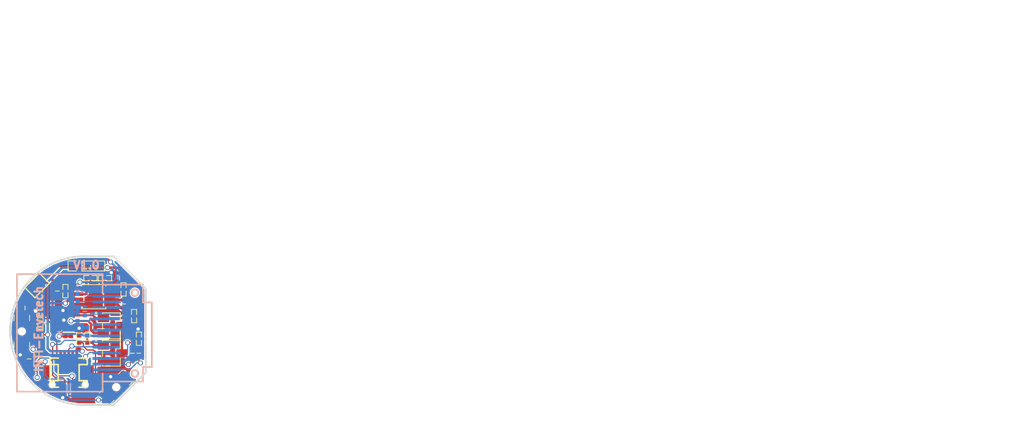
<source format=kicad_pcb>
(kicad_pcb (version 20171130) (host pcbnew 5.1.5+dfsg1-2~bpo10+1)

  (general
    (thickness 1.6)
    (drawings 12)
    (tracks 313)
    (zones 0)
    (modules 32)
    (nets 31)
  )

  (page A4)
  (title_block
    (title "I/O Expansion Board")
    (date 2017-07-29)
    (rev 0.1)
    (company "INSTITUTO NACIONAL DE TECNOLOGÍA INDUSTRIAL & ENYE TECHNOLOGIES")
    (comment 1 "Revision: Alamon, Brengi and Scotti")
    (comment 2 "Author: Santiago Villar")
  )

  (layers
    (0 F.Cu signal)
    (31 B.Cu signal)
    (32 B.Adhes user)
    (33 F.Adhes user)
    (34 B.Paste user)
    (35 F.Paste user)
    (36 B.SilkS user)
    (37 F.SilkS user)
    (38 B.Mask user)
    (39 F.Mask user)
    (40 Dwgs.User user)
    (44 Edge.Cuts user)
    (45 Margin user)
    (46 B.CrtYd user)
    (47 F.CrtYd user)
    (48 B.Fab user)
  )

  (setup
    (last_trace_width 0.1524)
    (user_trace_width 0.0889)
    (user_trace_width 0.1016)
    (user_trace_width 0.2032)
    (user_trace_width 0.254)
    (user_trace_width 0.3048)
    (trace_clearance 0.1524)
    (zone_clearance 0.1016)
    (zone_45_only no)
    (trace_min 0.0889)
    (via_size 0.6096)
    (via_drill 0.4064)
    (via_min_size 0.4064)
    (via_min_drill 0.2032)
    (user_via 0.4064 0.2032)
    (user_via 0.8128 0.4064)
    (user_via 1.016 0.7112)
    (blind_buried_vias_allowed yes)
    (uvia_size 0.254)
    (uvia_drill 0.1016)
    (uvias_allowed yes)
    (uvia_min_size 0.254)
    (uvia_min_drill 0.1016)
    (edge_width 0.2)
    (segment_width 0.2)
    (pcb_text_width 0.3)
    (pcb_text_size 1.5 1.5)
    (mod_edge_width 0.15)
    (mod_text_size 1 1)
    (mod_text_width 0.15)
    (pad_size 0.3 1.6)
    (pad_drill 0)
    (pad_to_mask_clearance 0.2)
    (aux_axis_origin 126.85 74.2)
    (grid_origin 126.85 74.2)
    (visible_elements 7FFFFFFF)
    (pcbplotparams
      (layerselection 0x00030_80000001)
      (usegerberextensions false)
      (usegerberattributes false)
      (usegerberadvancedattributes false)
      (creategerberjobfile false)
      (excludeedgelayer true)
      (linewidth 0.100000)
      (plotframeref false)
      (viasonmask false)
      (mode 1)
      (useauxorigin false)
      (hpglpennumber 1)
      (hpglpenspeed 20)
      (hpglpendiameter 15.000000)
      (psnegative false)
      (psa4output false)
      (plotreference true)
      (plotvalue true)
      (plotinvisibletext false)
      (padsonsilk false)
      (subtractmaskfromsilk false)
      (outputformat 1)
      (mirror false)
      (drillshape 1)
      (scaleselection 1)
      (outputdirectory ""))
  )

  (net 0 "")
  (net 1 GND)
  (net 2 +3V3)
  (net 3 /SDA)
  (net 4 /SCL)
  (net 5 "Net-(C1-Pad1)")
  (net 6 "Net-(C1-Pad2)")
  (net 7 "Net-(C2-Pad1)")
  (net 8 "Net-(C2-Pad2)")
  (net 9 "Net-(C3-Pad1)")
  (net 10 "Net-(C4-Pad1)")
  (net 11 /VBAT)
  (net 12 /VBAT_IN)
  (net 13 "Net-(J1-Pad5)")
  (net 14 "Net-(J2-Pad12)")
  (net 15 "Net-(J2-Pad6)")
  (net 16 /VDD)
  (net 17 "Net-(J1-Pad2)")
  (net 18 "Net-(Q1-Pad3)")
  (net 19 /VBAT_DC_DC)
  (net 20 "Net-(C13-Pad1)")
  (net 21 "Net-(C13-Pad2)")
  (net 22 /VBAT_+)
  (net 23 "Net-(Q1-Pad1)")
  (net 24 "Net-(R11-Pad2)")
  (net 25 "Net-(R6-Pad2)")
  (net 26 "Net-(R13-Pad2)")
  (net 27 /BOTON_IZQUIERDO)
  (net 28 /BOTON_CENTRO)
  (net 29 /RESET_OLED)
  (net 30 /GPIO_OLED)

  (net_class Default "This is the default net class."
    (clearance 0.1524)
    (trace_width 0.1524)
    (via_dia 0.6096)
    (via_drill 0.4064)
    (uvia_dia 0.254)
    (uvia_drill 0.1016)
    (add_net +3V3)
    (add_net /BOTON_CENTRO)
    (add_net /BOTON_IZQUIERDO)
    (add_net /GPIO_OLED)
    (add_net /RESET_OLED)
    (add_net /SCL)
    (add_net /SDA)
    (add_net /VBAT)
    (add_net /VBAT_+)
    (add_net /VBAT_DC_DC)
    (add_net /VBAT_IN)
    (add_net /VDD)
    (add_net GND)
    (add_net "Net-(C1-Pad1)")
    (add_net "Net-(C1-Pad2)")
    (add_net "Net-(C13-Pad1)")
    (add_net "Net-(C13-Pad2)")
    (add_net "Net-(C2-Pad1)")
    (add_net "Net-(C2-Pad2)")
    (add_net "Net-(C3-Pad1)")
    (add_net "Net-(C4-Pad1)")
    (add_net "Net-(J1-Pad2)")
    (add_net "Net-(J1-Pad5)")
    (add_net "Net-(J2-Pad12)")
    (add_net "Net-(J2-Pad6)")
    (add_net "Net-(Q1-Pad1)")
    (add_net "Net-(Q1-Pad3)")
    (add_net "Net-(R11-Pad2)")
    (add_net "Net-(R13-Pad2)")
    (add_net "Net-(R6-Pad2)")
  )

  (module footprints:GS2 (layer F.Cu) (tedit 58F7CE68) (tstamp 5862CE76)
    (at 117.45 59.4 315)
    (descr "Pontet Goute de soudure")
    (path /58503A3C)
    (attr virtual)
    (fp_text reference CON2 (at 1.778 0 45) (layer F.SilkS) hide
      (effects (font (size 1 1) (thickness 0.15)))
    )
    (fp_text value VBA_IN (at 1.524 0 45) (layer F.Fab)
      (effects (font (size 1 1) (thickness 0.15)))
    )
    (fp_line (start -0.889 -1.27) (end -0.889 1.27) (layer F.SilkS) (width 0.15))
    (fp_line (start 0.889 1.27) (end 0.889 -1.27) (layer F.SilkS) (width 0.15))
    (fp_line (start 0.889 1.27) (end -0.889 1.27) (layer F.SilkS) (width 0.15))
    (fp_line (start -0.889 -1.27) (end 0.889 -1.27) (layer F.SilkS) (width 0.15))
    (pad 1 smd rect (at 0 -0.63 315) (size 1.27 0.96) (layers F.Cu F.Paste F.Mask)
      (net 22 /VBAT_+))
    (pad 2 smd rect (at 0 0.635 315) (size 1.27 0.9652) (layers F.Cu F.Paste F.Mask)
      (net 1 GND))
  )

  (module "footprints:df12(3.0)-10ds-0.5v" (layer F.Cu) (tedit 5EA34742) (tstamp 5862D087)
    (at 121.35 70.2 180)
    (descr "Hirose DF12 series connector, DF12(3.0)-10DS-0.5V")
    (path /59002F8D)
    (fp_text reference J1 (at 0 -3.50012 180) (layer F.SilkS) hide
      (effects (font (size 0.49784 0.49784) (thickness 0.09906)))
    )
    (fp_text value "DF12B 3.0 10DS 0.5V 81" (at 0 3.49758 180) (layer F.SilkS) hide
      (effects (font (size 0.4953 0.4953) (thickness 0.09906)))
    )
    (fp_line (start 2.3 1) (end 1.3 1) (layer F.SilkS) (width 0.19812))
    (fp_line (start 1.3 -1) (end 2.3 -1) (layer F.SilkS) (width 0.19812))
    (fp_line (start -1.3 -1) (end -2.3 -1) (layer F.SilkS) (width 0.19812))
    (fp_line (start -1.3 1) (end -2.3 1) (layer F.SilkS) (width 0.19812))
    (fp_line (start 1.3 -1) (end 1.3 1) (layer F.SilkS) (width 0.19812))
    (fp_line (start -1.3 1) (end -1.3 -1) (layer F.SilkS) (width 0.19812))
    (fp_line (start -2.3114 -1.8034) (end -1.27 -1.8034) (layer F.SilkS) (width 0.19812))
    (fp_line (start 2.2987 -1.80086) (end 2.2987 1.80086) (layer F.SilkS) (width 0.19812))
    (fp_line (start -1.27 1.8034) (end -2.3114 1.8034) (layer F.SilkS) (width 0.19812))
    (fp_line (start -2.3114 -1.016) (end -2.3114 -1.8034) (layer F.SilkS) (width 0.19812))
    (fp_line (start 1.2573 -1.80086) (end 2.2987 -1.80086) (layer F.SilkS) (width 0.19812))
    (fp_line (start -2.3114 1.8034) (end -2.3114 1.016) (layer F.SilkS) (width 0.19812))
    (fp_line (start 2.3114 1.8034) (end 1.27 1.8034) (layer F.SilkS) (width 0.19812))
    (pad 1 smd rect (at -1 1.8 180) (size 0.3 1.6) (layers F.Cu F.Paste F.Mask)
      (net 2 +3V3) (solder_mask_margin 0.06858) (solder_paste_margin -0.04826))
    (pad 2 smd rect (at -0.4953 1.79578 180) (size 0.29718 1.59766) (layers F.Cu F.Paste F.Mask)
      (net 17 "Net-(J1-Pad2)") (solder_mask_margin 0.06858) (solder_paste_margin -0.04826))
    (pad 3 smd rect (at 0 1.8 180) (size 0.3 1.6) (layers F.Cu F.Paste F.Mask)
      (net 4 /SCL) (solder_mask_margin 0.06858) (solder_paste_margin -0.04826))
    (pad 4 smd rect (at 0.5 1.8 180) (size 0.3 1.6) (layers F.Cu F.Paste F.Mask)
      (net 3 /SDA) (solder_mask_margin 0.06858) (solder_paste_margin -0.04826))
    (pad 5 smd rect (at 0.99568 1.79578 180) (size 0.29718 1.59766) (layers F.Cu F.Paste F.Mask)
      (net 13 "Net-(J1-Pad5)") (solder_mask_margin 0.06858) (solder_paste_margin -0.04826))
    (pad 6 smd rect (at 1 -1.8 180) (size 0.3 1.6) (layers F.Cu F.Paste F.Mask)
      (net 1 GND) (solder_mask_margin 0.06858) (solder_paste_margin -0.04826) (clearance 0.19812))
    (pad 7 smd rect (at 0.5 -1.8 180) (size 0.3 1.6) (layers F.Cu F.Paste F.Mask)
      (net 29 /RESET_OLED) (solder_mask_margin 0.06858) (solder_paste_margin -0.04826) (clearance 0.19812))
    (pad 8 smd rect (at 0 -1.8 180) (size 0.3 1.6) (layers F.Cu F.Paste F.Mask)
      (net 30 /GPIO_OLED) (solder_mask_margin 0.06858) (solder_paste_margin -0.04826) (clearance 0.19812))
    (pad 9 smd rect (at -0.5 -1.8 180) (size 0.3 1.6) (layers F.Cu F.Paste F.Mask)
      (net 27 /BOTON_IZQUIERDO) (solder_mask_margin 0.06858) (solder_paste_margin -0.04826) (clearance 0.19558))
    (pad 10 smd rect (at -1 -1.8 180) (size 0.3 1.6) (layers F.Cu F.Paste F.Mask)
      (net 28 /BOTON_CENTRO) (solder_mask_margin 0.06858) (solder_paste_margin -0.04826) (clearance 0.19558))
    (pad "" np_thru_hole circle (at 2.05 -1.5 180) (size 0.6 0.6) (drill 0.5969) (layers *.Cu *.Mask F.SilkS))
    (pad "" np_thru_hole circle (at -2.05 -1.5 180) (size 0.6 0.6) (drill 0.5969) (layers *.Cu *.Mask F.SilkS))
    (pad "" smd rect (at -2.7 0 180) (size 0.8 1.8) (layers F.Cu F.Paste F.Mask)
      (solder_mask_margin 0.06858) (solder_paste_margin -0.04826))
    (pad "" smd rect (at 2.7 0 180) (size 0.8 1.8) (layers F.Cu F.Paste F.Mask))
    (model "${KIPRJMOD}/../modelos.3dshapes/df12(3.0)-10ds-0.5v.wrl"
      (at (xyz 0 0 0))
      (scale (xyz 1 1 1))
      (rotate (xyz 0 0 0))
    )
  )

  (module footprints:c_0402 (layer B.Cu) (tedit 588907FD) (tstamp 58F7AC21)
    (at 122.45 60.9 90)
    (path /586418AA)
    (fp_text reference C1 (at 0 0.8 90) (layer B.SilkS) hide
      (effects (font (size 0.7112 0.4572) (thickness 0.1016)) (justify mirror))
    )
    (fp_text value 1uF (at 0 0.8 90) (layer B.Fab) hide
      (effects (font (size 0.7112 0.4572) (thickness 0.1016)) (justify mirror))
    )
    (fp_line (start 0 0.25) (end 0 -0.25) (layer B.SilkS) (width 0.1016))
    (pad 1 smd rect (at -0.5 0 90) (size 0.5 0.5) (layers B.Cu B.Paste B.Mask)
      (net 5 "Net-(C1-Pad1)") (solder_mask_margin 0.07112))
    (pad 2 smd rect (at 0.5 0 90) (size 0.5 0.5) (layers B.Cu B.Paste B.Mask)
      (net 6 "Net-(C1-Pad2)") (solder_mask_margin 0.07112))
    (model ${KIPRJMOD}/../modelos.3dshapes/c_0402.wrl
      (at (xyz 0 0 0))
      (scale (xyz 0.625 0.625 0.625))
      (rotate (xyz 0 0 0))
    )
  )

  (module footprints:c_0402 (layer B.Cu) (tedit 588907FD) (tstamp 58F7AC26)
    (at 123.35 62.6 270)
    (path /58641A8A)
    (fp_text reference C2 (at 0 0.8 270) (layer B.SilkS) hide
      (effects (font (size 0.7112 0.4572) (thickness 0.1016)) (justify mirror))
    )
    (fp_text value 1uF (at 0 0.8 270) (layer B.Fab) hide
      (effects (font (size 0.7112 0.4572) (thickness 0.1016)) (justify mirror))
    )
    (fp_line (start 0 0.25) (end 0 -0.25) (layer B.SilkS) (width 0.1016))
    (pad 1 smd rect (at -0.5 0 270) (size 0.5 0.5) (layers B.Cu B.Paste B.Mask)
      (net 7 "Net-(C2-Pad1)") (solder_mask_margin 0.07112))
    (pad 2 smd rect (at 0.5 0 270) (size 0.5 0.5) (layers B.Cu B.Paste B.Mask)
      (net 8 "Net-(C2-Pad2)") (solder_mask_margin 0.07112))
    (model ${KIPRJMOD}/../modelos.3dshapes/c_0402.wrl
      (at (xyz 0 0 0))
      (scale (xyz 0.625 0.625 0.625))
      (rotate (xyz 0 0 0))
    )
  )

  (module footprints:c_0402 (layer F.Cu) (tedit 588907FD) (tstamp 58F7AC2B)
    (at 130.05 67.8 90)
    (path /58641A40)
    (fp_text reference C3 (at 0 -0.8 90) (layer F.SilkS) hide
      (effects (font (size 0.7112 0.4572) (thickness 0.1016)))
    )
    (fp_text value 2.2uF (at 0 -0.8 90) (layer F.Fab) hide
      (effects (font (size 0.7112 0.4572) (thickness 0.1016)))
    )
    (fp_line (start 0 -0.25) (end 0 0.25) (layer F.SilkS) (width 0.1016))
    (pad 1 smd rect (at -0.5 0 90) (size 0.5 0.5) (layers F.Cu F.Paste F.Mask)
      (net 9 "Net-(C3-Pad1)") (solder_mask_margin 0.07112))
    (pad 2 smd rect (at 0.5 0 90) (size 0.5 0.5) (layers F.Cu F.Paste F.Mask)
      (net 1 GND) (solder_mask_margin 0.07112))
    (model ${KIPRJMOD}/../modelos.3dshapes/c_0402.wrl
      (at (xyz 0 0 0))
      (scale (xyz 0.625 0.625 0.625))
      (rotate (xyz 0 0 0))
    )
  )

  (module footprints:c_0402 (layer F.Cu) (tedit 588907FD) (tstamp 58F7AC30)
    (at 129.25 67.8 90)
    (path /58641A90)
    (fp_text reference C4 (at 0 -0.8 90) (layer F.SilkS) hide
      (effects (font (size 0.7112 0.4572) (thickness 0.1016)))
    )
    (fp_text value 4.7uF (at 0 -0.8 90) (layer F.Fab) hide
      (effects (font (size 0.7112 0.4572) (thickness 0.1016)))
    )
    (fp_line (start 0 -0.25) (end 0 0.25) (layer F.SilkS) (width 0.1016))
    (pad 1 smd rect (at -0.5 0 90) (size 0.5 0.5) (layers F.Cu F.Paste F.Mask)
      (net 10 "Net-(C4-Pad1)") (solder_mask_margin 0.07112))
    (pad 2 smd rect (at 0.5 0 90) (size 0.5 0.5) (layers F.Cu F.Paste F.Mask)
      (net 1 GND) (solder_mask_margin 0.07112))
    (model ${KIPRJMOD}/../modelos.3dshapes/c_0402.wrl
      (at (xyz 0 0 0))
      (scale (xyz 0.625 0.625 0.625))
      (rotate (xyz 0 0 0))
    )
  )

  (module footprints:c_0402 (layer B.Cu) (tedit 588907FD) (tstamp 58F7AC35)
    (at 122.45 63.3 90)
    (path /5864198B)
    (fp_text reference C5 (at 0 0.8 90) (layer B.SilkS) hide
      (effects (font (size 0.7112 0.4572) (thickness 0.1016)) (justify mirror))
    )
    (fp_text value 1uF (at 0 0.8 90) (layer B.Fab) hide
      (effects (font (size 0.7112 0.4572) (thickness 0.1016)) (justify mirror))
    )
    (fp_line (start 0 0.25) (end 0 -0.25) (layer B.SilkS) (width 0.1016))
    (pad 1 smd rect (at -0.5 0 90) (size 0.5 0.5) (layers B.Cu B.Paste B.Mask)
      (net 11 /VBAT) (solder_mask_margin 0.07112))
    (pad 2 smd rect (at 0.5 0 90) (size 0.5 0.5) (layers B.Cu B.Paste B.Mask)
      (net 1 GND) (solder_mask_margin 0.07112))
    (model ${KIPRJMOD}/../modelos.3dshapes/c_0402.wrl
      (at (xyz 0 0 0))
      (scale (xyz 0.625 0.625 0.625))
      (rotate (xyz 0 0 0))
    )
  )

  (module footprints:c_0402 (layer B.Cu) (tedit 588907FD) (tstamp 58F7AC3A)
    (at 123.65 65.1 90)
    (path /58641A3A)
    (fp_text reference C6 (at 0 0.8 90) (layer B.SilkS) hide
      (effects (font (size 0.7112 0.4572) (thickness 0.1016)) (justify mirror))
    )
    (fp_text value 1uF (at 0 0.8 90) (layer B.Fab) hide
      (effects (font (size 0.7112 0.4572) (thickness 0.1016)) (justify mirror))
    )
    (fp_line (start 0 0.25) (end 0 -0.25) (layer B.SilkS) (width 0.1016))
    (pad 1 smd rect (at -0.5 0 90) (size 0.5 0.5) (layers B.Cu B.Paste B.Mask)
      (net 16 /VDD) (solder_mask_margin 0.07112))
    (pad 2 smd rect (at 0.5 0 90) (size 0.5 0.5) (layers B.Cu B.Paste B.Mask)
      (net 1 GND) (solder_mask_margin 0.07112))
    (model ${KIPRJMOD}/../modelos.3dshapes/c_0402.wrl
      (at (xyz 0 0 0))
      (scale (xyz 0.625 0.625 0.625))
      (rotate (xyz 0 0 0))
    )
  )

  (module footprints:c_0402 (layer F.Cu) (tedit 588907FD) (tstamp 58F7AC44)
    (at 116.45 68.5 90)
    (path /586D4C6B)
    (fp_text reference C7 (at 0 -0.8 90) (layer F.SilkS) hide
      (effects (font (size 0.7112 0.4572) (thickness 0.1016)))
    )
    (fp_text value 0.1uF (at 0 -0.8 90) (layer F.Fab) hide
      (effects (font (size 0.7112 0.4572) (thickness 0.1016)))
    )
    (fp_line (start 0 -0.25) (end 0 0.25) (layer F.SilkS) (width 0.1016))
    (pad 1 smd rect (at -0.5 0 90) (size 0.5 0.5) (layers F.Cu F.Paste F.Mask)
      (net 27 /BOTON_IZQUIERDO) (solder_mask_margin 0.07112))
    (pad 2 smd rect (at 0.5 0 90) (size 0.5 0.5) (layers F.Cu F.Paste F.Mask)
      (net 1 GND) (solder_mask_margin 0.07112))
    (model ${KIPRJMOD}/../modelos.3dshapes/c_0402.wrl
      (at (xyz 0 0 0))
      (scale (xyz 0.625 0.625 0.625))
      (rotate (xyz 0 0 0))
    )
  )

  (module footprints:c_0402 (layer F.Cu) (tedit 588907FD) (tstamp 58F7AC4A)
    (at 115.95 62.2)
    (path /586D60E5)
    (fp_text reference C8 (at 0 -0.8) (layer F.SilkS) hide
      (effects (font (size 0.7112 0.4572) (thickness 0.1016)))
    )
    (fp_text value 0.1uF (at 0 -0.8) (layer F.Fab) hide
      (effects (font (size 0.7112 0.4572) (thickness 0.1016)))
    )
    (fp_line (start 0 -0.25) (end 0 0.25) (layer F.SilkS) (width 0.1016))
    (pad 1 smd rect (at -0.5 0) (size 0.5 0.5) (layers F.Cu F.Paste F.Mask)
      (net 28 /BOTON_CENTRO) (solder_mask_margin 0.07112))
    (pad 2 smd rect (at 0.5 0) (size 0.5 0.5) (layers F.Cu F.Paste F.Mask)
      (net 1 GND) (solder_mask_margin 0.07112))
    (model ${KIPRJMOD}/../modelos.3dshapes/c_0402.wrl
      (at (xyz 0 0 0))
      (scale (xyz 0.625 0.625 0.625))
      (rotate (xyz 0 0 0))
    )
  )

  (module footprints:r_0402 (layer F.Cu) (tedit 589249EE) (tstamp 58F7AC4B)
    (at 130.05 66 90)
    (path /58642A03)
    (fp_text reference R1 (at 0 -0.8 90) (layer F.SilkS) hide
      (effects (font (size 0.7112 0.4572) (thickness 0.1016)))
    )
    (fp_text value 390K (at 0 -0.9 90) (layer F.Fab) hide
      (effects (font (size 0.7112 0.4572) (thickness 0.1016)))
    )
    (fp_line (start 0.82 0.32) (end 0.2 0.32) (layer F.SilkS) (width 0.1016))
    (fp_line (start 0.82 -0.32) (end 0.82 0.32) (layer F.SilkS) (width 0.1016))
    (fp_line (start 0.2 -0.32) (end 0.82 -0.32) (layer F.SilkS) (width 0.1016))
    (fp_line (start -0.82 0.32) (end -0.2 0.32) (layer F.SilkS) (width 0.1016))
    (fp_line (start -0.82 -0.32) (end -0.82 0.32) (layer F.SilkS) (width 0.1016))
    (fp_line (start -0.2 -0.32) (end -0.82 -0.32) (layer F.SilkS) (width 0.1016))
    (pad 1 smd rect (at -0.5 0 90) (size 0.5 0.5) (layers F.Cu F.Paste F.Mask)
      (net 14 "Net-(J2-Pad12)") (solder_mask_margin 0.07112))
    (pad 2 smd rect (at 0.5 0 90) (size 0.5 0.5) (layers F.Cu F.Paste F.Mask)
      (net 1 GND) (solder_mask_margin 0.07112))
    (model ${KIPRJMOD}/../modelos.3dshapes/r_0402.wrl
      (at (xyz 0 0 0))
      (scale (xyz 0.625 0.625 0.625))
      (rotate (xyz 0 0 0))
    )
  )

  (module footprints:r_0402 (layer F.Cu) (tedit 589249EE) (tstamp 58F7AC55)
    (at 117.35 68.5 270)
    (path /586D4C71)
    (fp_text reference R2 (at 0 -0.8 270) (layer F.SilkS) hide
      (effects (font (size 0.7112 0.4572) (thickness 0.1016)))
    )
    (fp_text value 10K (at 0 -0.9 270) (layer F.Fab) hide
      (effects (font (size 0.7112 0.4572) (thickness 0.1016)))
    )
    (fp_line (start 0.82 0.32) (end 0.2 0.32) (layer F.SilkS) (width 0.1016))
    (fp_line (start 0.82 -0.32) (end 0.82 0.32) (layer F.SilkS) (width 0.1016))
    (fp_line (start 0.2 -0.32) (end 0.82 -0.32) (layer F.SilkS) (width 0.1016))
    (fp_line (start -0.82 0.32) (end -0.2 0.32) (layer F.SilkS) (width 0.1016))
    (fp_line (start -0.82 -0.32) (end -0.82 0.32) (layer F.SilkS) (width 0.1016))
    (fp_line (start -0.2 -0.32) (end -0.82 -0.32) (layer F.SilkS) (width 0.1016))
    (pad 1 smd rect (at -0.5 0 270) (size 0.5 0.5) (layers F.Cu F.Paste F.Mask)
      (net 2 +3V3) (solder_mask_margin 0.07112))
    (pad 2 smd rect (at 0.5 0 270) (size 0.5 0.5) (layers F.Cu F.Paste F.Mask)
      (net 27 /BOTON_IZQUIERDO) (solder_mask_margin 0.07112))
    (model ${KIPRJMOD}/../modelos.3dshapes/r_0402.wrl
      (at (xyz 0 0 0))
      (scale (xyz 0.625 0.625 0.625))
      (rotate (xyz 0 0 0))
    )
  )

  (module footprints:r_0402 (layer F.Cu) (tedit 589249EE) (tstamp 58F7AC5B)
    (at 117.85 64 90)
    (path /586D60EB)
    (fp_text reference R3 (at 0 -0.8 90) (layer F.SilkS) hide
      (effects (font (size 0.7112 0.4572) (thickness 0.1016)))
    )
    (fp_text value 10K (at 0 -0.9 90) (layer F.Fab) hide
      (effects (font (size 0.7112 0.4572) (thickness 0.1016)))
    )
    (fp_line (start 0.82 0.32) (end 0.2 0.32) (layer F.SilkS) (width 0.1016))
    (fp_line (start 0.82 -0.32) (end 0.82 0.32) (layer F.SilkS) (width 0.1016))
    (fp_line (start 0.2 -0.32) (end 0.82 -0.32) (layer F.SilkS) (width 0.1016))
    (fp_line (start -0.82 0.32) (end -0.2 0.32) (layer F.SilkS) (width 0.1016))
    (fp_line (start -0.82 -0.32) (end -0.82 0.32) (layer F.SilkS) (width 0.1016))
    (fp_line (start -0.2 -0.32) (end -0.82 -0.32) (layer F.SilkS) (width 0.1016))
    (pad 1 smd rect (at -0.5 0 90) (size 0.5 0.5) (layers F.Cu F.Paste F.Mask)
      (net 2 +3V3) (solder_mask_margin 0.07112))
    (pad 2 smd rect (at 0.5 0 90) (size 0.5 0.5) (layers F.Cu F.Paste F.Mask)
      (net 28 /BOTON_CENTRO) (solder_mask_margin 0.07112))
    (model ${KIPRJMOD}/../modelos.3dshapes/r_0402.wrl
      (at (xyz 0 0 0))
      (scale (xyz 0.625 0.625 0.625))
      (rotate (xyz 0 0 0))
    )
  )

  (module footprints:B3U_3000PB (layer F.Cu) (tedit 5818F2E1) (tstamp 58F7AE3C)
    (at 127.25 72 225)
    (descr "Plastic QFP, Micrel QFN44-24LD-LP-1")
    (path /586D48BD)
    (fp_text reference SW1 (at -0.0127 -1.2827 225) (layer F.SilkS) hide
      (effects (font (size 0.39878 0.39878) (thickness 0.07874)))
    )
    (fp_text value SW_PUSH (at -0.0635 1.5494 225) (layer F.SilkS) hide
      (effects (font (size 0.39878 0.39878) (thickness 0.07874)))
    )
    (fp_line (start 2 -0.9652) (end 1.3335 -0.9652) (layer F.SilkS) (width 0.1))
    (fp_line (start 2 0.9652) (end 1.3335 0.9652) (layer F.SilkS) (width 0.1))
    (fp_line (start -2 0.9652) (end -1.3462 0.9652) (layer F.SilkS) (width 0.1))
    (fp_line (start -2 -0.9652) (end -1.3208 -0.9652) (layer F.SilkS) (width 0.1))
    (pad 1 smd rect (at -1.7 0 225) (size 0.8 1.7) (layers F.Cu F.Paste F.Mask)
      (net 1 GND) (solder_mask_margin 0.07112))
    (pad 2 smd rect (at 1.7 0 225) (size 0.8 1.7) (layers F.Cu F.Paste F.Mask)
      (net 27 /BOTON_IZQUIERDO) (solder_mask_margin 0.07112))
    (pad "" np_thru_hole circle (at 0 0 225) (size 0.75 0.75) (drill 0.75) (layers *.Cu *.Mask F.SilkS))
    (model ${KIPRJMOD}/../modelos.3dshapes/B3U_3000PB.wrl
      (at (xyz 0 0 0))
      (scale (xyz 0.3937 0.3937 0.3937))
      (rotate (xyz -90 0 0))
    )
  )

  (module footprints:B3U_3000PB (layer F.Cu) (tedit 5818F2E1) (tstamp 58F7AE42)
    (at 115.55 65.1 90)
    (descr "Plastic QFP, Micrel QFN44-24LD-LP-1")
    (path /586D60DF)
    (fp_text reference SW2 (at -0.0127 -1.2827 90) (layer F.SilkS) hide
      (effects (font (size 0.39878 0.39878) (thickness 0.07874)))
    )
    (fp_text value SW_PUSH (at -0.0635 1.5494 90) (layer F.SilkS) hide
      (effects (font (size 0.39878 0.39878) (thickness 0.07874)))
    )
    (fp_line (start 2 -0.9652) (end 1.3335 -0.9652) (layer F.SilkS) (width 0.1))
    (fp_line (start 2 0.9652) (end 1.3335 0.9652) (layer F.SilkS) (width 0.1))
    (fp_line (start -2 0.9652) (end -1.3462 0.9652) (layer F.SilkS) (width 0.1))
    (fp_line (start -2 -0.9652) (end -1.3208 -0.9652) (layer F.SilkS) (width 0.1))
    (pad 1 smd rect (at -1.7 0 90) (size 0.8 1.7) (layers F.Cu F.Paste F.Mask)
      (net 1 GND) (solder_mask_margin 0.07112))
    (pad 2 smd rect (at 1.7 0 90) (size 0.8 1.7) (layers F.Cu F.Paste F.Mask)
      (net 28 /BOTON_CENTRO) (solder_mask_margin 0.07112))
    (pad "" np_thru_hole circle (at 0 0 90) (size 0.75 0.75) (drill 0.75) (layers *.Cu *.Mask F.SilkS))
    (model ${KIPRJMOD}/../modelos.3dshapes/B3U_3000PB.wrl
      (at (xyz 0 0 0))
      (scale (xyz 0.3937 0.3937 0.3937))
      (rotate (xyz -90 0 0))
    )
  )

  (module footprints:r_0402 (layer F.Cu) (tedit 589249EE) (tstamp 5910E2F3)
    (at 125.85 58.5)
    (path /591A2C5C)
    (fp_text reference R7 (at 0 -0.8) (layer F.SilkS) hide
      (effects (font (size 0.7112 0.4572) (thickness 0.1016)))
    )
    (fp_text value 10K (at 0 -0.9) (layer F.Fab) hide
      (effects (font (size 0.7112 0.4572) (thickness 0.1016)))
    )
    (fp_line (start 0.82 0.32) (end 0.2 0.32) (layer F.SilkS) (width 0.1016))
    (fp_line (start 0.82 -0.32) (end 0.82 0.32) (layer F.SilkS) (width 0.1016))
    (fp_line (start 0.2 -0.32) (end 0.82 -0.32) (layer F.SilkS) (width 0.1016))
    (fp_line (start -0.82 0.32) (end -0.2 0.32) (layer F.SilkS) (width 0.1016))
    (fp_line (start -0.82 -0.32) (end -0.82 0.32) (layer F.SilkS) (width 0.1016))
    (fp_line (start -0.2 -0.32) (end -0.82 -0.32) (layer F.SilkS) (width 0.1016))
    (pad 1 smd rect (at -0.5 0) (size 0.5 0.5) (layers F.Cu F.Paste F.Mask)
      (net 25 "Net-(R6-Pad2)") (solder_mask_margin 0.07112))
    (pad 2 smd rect (at 0.5 0) (size 0.5 0.5) (layers F.Cu F.Paste F.Mask)
      (net 1 GND) (solder_mask_margin 0.07112))
    (model ${KIPRJMOD}/../modelos.3dshapes/r_0402.wrl
      (at (xyz 0 0 0))
      (scale (xyz 0.625 0.625 0.625))
      (rotate (xyz 0 0 0))
    )
  )

  (module footprints:ER-OLED0.49-1_B (layer B.Cu) (tedit 58657E78) (tstamp 5910E8A0)
    (at 130.55 65.3 270)
    (descr "Hirose DF12 series connector, DF12(3.0)-10DP-0.5V")
    (path /59005E7A)
    (fp_text reference J2 (at 0 10.3 270) (layer B.SilkS)
      (effects (font (size 0.49784 0.49784) (thickness 0.09906)) (justify mirror))
    )
    (fp_text value ER-OLED0.49-1Series (at 0 -0.1 270) (layer B.SilkS) hide
      (effects (font (size 0.4953 0.4953) (thickness 0.09906)) (justify mirror))
    )
    (fp_line (start -6 0) (end -3.79 0) (layer B.SilkS) (width 0.19812))
    (fp_line (start 4.21 0) (end 6 0) (layer B.SilkS) (width 0.19812))
    (fp_line (start 4.2 0) (end 4.2 -1.1) (layer B.SilkS) (width 0.19812))
    (fp_line (start -3.8 -1.1) (end -3.8 0) (layer B.SilkS) (width 0.19812))
    (fp_line (start 4.2 -1.1) (end -3.8 -1.1) (layer B.SilkS) (width 0.19812))
    (fp_line (start 6 0) (end 6 5) (layer B.SilkS) (width 0.19812))
    (fp_line (start -6 0) (end -6 5) (layer B.SilkS) (width 0.19812))
    (fp_line (start -7.3 5) (end -4.9 5) (layer B.SilkS) (width 0.19812))
    (fp_line (start 7.25 15.6) (end -7.25 15.6) (layer B.SilkS) (width 0.19812))
    (fp_line (start 5 5) (end 7.25 5) (layer B.SilkS) (width 0.19812))
    (fp_line (start -7.3 15.6) (end -7.3 5) (layer B.SilkS) (width 0.19812))
    (fp_line (start 7.25 5) (end 7.25 15.6) (layer B.SilkS) (width 0.19812))
    (pad "" np_thru_hole circle (at -5 1 90) (size 1 1) (drill 0.5969) (layers *.Cu *.Mask B.SilkS))
    (pad "" np_thru_hole circle (at 5 1 90) (size 1 1) (drill 0.5969) (layers *.Cu *.Mask B.SilkS))
    (pad 10 smd rect (at 1.75 4.5 90) (size 0.35 3.5) (layers B.Cu B.Paste B.Mask)
      (net 4 /SCL) (solder_mask_margin 0.06858) (solder_paste_margin -0.04826) (clearance 0.19558))
    (pad 9 smd rect (at 1.05 4.5 90) (size 0.35 3.5) (layers B.Cu B.Paste B.Mask)
      (net 29 /RESET_OLED) (solder_mask_margin 0.06858) (solder_paste_margin -0.04826) (clearance 0.19558))
    (pad 8 smd rect (at 0.35 4.5 90) (size 0.35 3.5) (layers B.Cu B.Paste B.Mask)
      (net 16 /VDD) (solder_mask_margin 0.06858) (solder_paste_margin -0.04826) (clearance 0.19558))
    (pad 7 smd rect (at -0.35 4.5 90) (size 0.35 3.5) (layers B.Cu B.Paste B.Mask)
      (net 1 GND) (solder_mask_margin 0.06858) (solder_paste_margin -0.04826) (clearance 0.19558))
    (pad 6 smd rect (at -1.05 4.5 90) (size 0.35 3.5) (layers B.Cu B.Paste B.Mask)
      (net 15 "Net-(J2-Pad6)") (solder_mask_margin 0.06858) (solder_paste_margin -0.04826) (clearance 0.19558))
    (pad 5 smd rect (at -1.75 4.5 90) (size 0.35 3.5) (layers B.Cu B.Paste B.Mask)
      (net 11 /VBAT) (solder_mask_margin 0.06858) (solder_paste_margin -0.04826) (clearance 0.19558))
    (pad 4 smd rect (at -2.45 4.5 90) (size 0.35 3.5) (layers B.Cu B.Paste B.Mask)
      (net 8 "Net-(C2-Pad2)") (solder_mask_margin 0.06858) (solder_paste_margin -0.04826) (clearance 0.19558))
    (pad 3 smd rect (at -3.15 4.5 90) (size 0.35 3.5) (layers B.Cu B.Paste B.Mask)
      (net 7 "Net-(C2-Pad1)") (solder_mask_margin 0.06858) (solder_paste_margin -0.04826) (clearance 0.19558))
    (pad 2 smd rect (at -3.85 4.5 90) (size 0.35 3.5) (layers B.Cu B.Paste B.Mask)
      (net 5 "Net-(C1-Pad1)") (solder_mask_margin 0.06858) (solder_paste_margin -0.04826) (clearance 0.19558))
    (pad 1 smd rect (at -4.55 4.5 90) (size 0.35 3.5) (layers B.Cu B.Paste B.Mask)
      (net 6 "Net-(C1-Pad2)") (solder_mask_margin 0.06858) (solder_paste_margin -0.04826) (clearance 0.19558))
    (pad 11 smd rect (at 2.45 4.5 90) (size 0.35 3.5) (layers B.Cu B.Paste B.Mask)
      (net 3 /SDA) (solder_mask_margin 0.06858) (solder_paste_margin -0.04826) (clearance 0.19558))
    (pad 12 smd rect (at 3.15 4.5 90) (size 0.35 3.5) (layers B.Cu B.Paste B.Mask)
      (net 14 "Net-(J2-Pad12)") (solder_mask_margin 0.06858) (solder_paste_margin -0.04826) (clearance 0.19558))
    (pad 13 smd rect (at 3.85 4.5 90) (size 0.35 3.5) (layers B.Cu B.Paste B.Mask)
      (net 10 "Net-(C4-Pad1)") (solder_mask_margin 0.06858) (solder_paste_margin -0.04826) (clearance 0.19558))
    (pad 14 smd rect (at 4.55 4.5 90) (size 0.35 3.5) (layers B.Cu B.Paste B.Mask)
      (net 9 "Net-(C3-Pad1)") (solder_mask_margin 0.06858) (solder_paste_margin -0.04826) (clearance 0.19558))
    (model ${KIPRJMOD}/../modelos.3dshapes/ER-OLED0.49-1.wrl
      (offset (xyz 0 10.05839984893799 0))
      (scale (xyz 0.3739 0.3739 0.3739))
      (rotate (xyz 0 0 0))
    )
  )

  (module footprints:c_0402 (layer F.Cu) (tedit 588907FD) (tstamp 5914D23D)
    (at 127.65 58.5 180)
    (path /59151524)
    (fp_text reference C9 (at -1.5 0 180) (layer F.SilkS) hide
      (effects (font (size 0.7112 0.4572) (thickness 0.1016)))
    )
    (fp_text value "10 uF" (at 0 -0.8 180) (layer F.Fab) hide
      (effects (font (size 0.7112 0.4572) (thickness 0.1016)))
    )
    (fp_line (start 0 -0.25) (end 0 0.25) (layer F.SilkS) (width 0.1016))
    (pad 1 smd rect (at -0.5 0 180) (size 0.5 0.5) (layers F.Cu F.Paste F.Mask)
      (net 2 +3V3) (solder_mask_margin 0.07112))
    (pad 2 smd rect (at 0.5 0 180) (size 0.5 0.5) (layers F.Cu F.Paste F.Mask)
      (net 1 GND) (solder_mask_margin 0.07112))
    (model ${KIPRJMOD}/../modelos.3dshapes/c_0402.wrl
      (at (xyz 0 0 0))
      (scale (xyz 0.625 0.625 0.625))
      (rotate (xyz 0 0 0))
    )
  )

  (module footprints:c_0402 (layer F.Cu) (tedit 588907FD) (tstamp 5914D243)
    (at 119.95 60.1 270)
    (path /591516DD)
    (fp_text reference C10 (at 0 1 270) (layer F.SilkS) hide
      (effects (font (size 0.7112 0.4572) (thickness 0.1016)))
    )
    (fp_text value "10 uF" (at 0 -0.8 270) (layer F.Fab) hide
      (effects (font (size 0.7112 0.4572) (thickness 0.1016)))
    )
    (fp_line (start 0 -0.25) (end 0 0.25) (layer F.SilkS) (width 0.1016))
    (pad 1 smd rect (at -0.5 0 270) (size 0.5 0.5) (layers F.Cu F.Paste F.Mask)
      (net 19 /VBAT_DC_DC) (solder_mask_margin 0.07112))
    (pad 2 smd rect (at 0.5 0 270) (size 0.5 0.5) (layers F.Cu F.Paste F.Mask)
      (net 1 GND) (solder_mask_margin 0.07112))
    (model ${KIPRJMOD}/../modelos.3dshapes/c_0402.wrl
      (at (xyz 0 0 0))
      (scale (xyz 0.625 0.625 0.625))
      (rotate (xyz 0 0 0))
    )
  )

  (module footprints:c_0402 (layer F.Cu) (tedit 588907FD) (tstamp 5914D249)
    (at 121.65 65.2 90)
    (path /5914DCFE)
    (fp_text reference C11 (at -1.7 0 90) (layer F.SilkS) hide
      (effects (font (size 0.7112 0.4572) (thickness 0.1016)))
    )
    (fp_text value 1uF (at 0 -0.8 90) (layer F.Fab) hide
      (effects (font (size 0.7112 0.4572) (thickness 0.1016)))
    )
    (fp_line (start 0 -0.25) (end 0 0.25) (layer F.SilkS) (width 0.1016))
    (pad 1 smd rect (at -0.5 0 90) (size 0.5 0.5) (layers F.Cu F.Paste F.Mask)
      (net 16 /VDD) (solder_mask_margin 0.07112))
    (pad 2 smd rect (at 0.5 0 90) (size 0.5 0.5) (layers F.Cu F.Paste F.Mask)
      (net 1 GND) (solder_mask_margin 0.07112))
    (model ${KIPRJMOD}/../modelos.3dshapes/c_0402.wrl
      (at (xyz 0 0 0))
      (scale (xyz 0.625 0.625 0.625))
      (rotate (xyz 0 0 0))
    )
  )

  (module footprints:c_0402 (layer F.Cu) (tedit 588907FD) (tstamp 5914D24F)
    (at 120.95 65.2 90)
    (path /5914DD4D)
    (fp_text reference C12 (at -1.8 0 90) (layer F.SilkS) hide
      (effects (font (size 0.7112 0.4572) (thickness 0.1016)))
    )
    (fp_text value 1uF (at 0 -0.8 90) (layer F.Fab) hide
      (effects (font (size 0.7112 0.4572) (thickness 0.1016)))
    )
    (fp_line (start 0 -0.25) (end 0 0.25) (layer F.SilkS) (width 0.1016))
    (pad 1 smd rect (at -0.5 0 90) (size 0.5 0.5) (layers F.Cu F.Paste F.Mask)
      (net 16 /VDD) (solder_mask_margin 0.07112))
    (pad 2 smd rect (at 0.5 0 90) (size 0.5 0.5) (layers F.Cu F.Paste F.Mask)
      (net 1 GND) (solder_mask_margin 0.07112))
    (model ${KIPRJMOD}/../modelos.3dshapes/c_0402.wrl
      (at (xyz 0 0 0))
      (scale (xyz 0.625 0.625 0.625))
      (rotate (xyz 0 0 0))
    )
  )

  (module footprints:JUMPER3_0603 (layer F.Cu) (tedit 591E0A59) (tstamp 5914D260)
    (at 124.4 57 180)
    (descr "SMT resistor, 0603")
    (path /591542AA)
    (fp_text reference JP1 (at 0.8 -1.25 180) (layer F.SilkS) hide
      (effects (font (size 0.7112 0.4572) (thickness 0.1016)))
    )
    (fp_text value JUMPER (at 0.9 1.3 180) (layer F.Fab) hide
      (effects (font (size 0.7112 0.4572) (thickness 0.1016)))
    )
    (fp_line (start 1.42 -0.62) (end -1.42 -0.62) (layer F.SilkS) (width 0.1016))
    (fp_line (start -1.42 -0.62) (end -1.42 0.62) (layer F.SilkS) (width 0.1016))
    (fp_line (start -1.42 0.62) (end 1.42 0.62) (layer F.SilkS) (width 0.1016))
    (fp_line (start 1.42 0.62) (end 1.42 -0.62) (layer F.SilkS) (width 0.1016))
    (fp_line (start 3.12 -0.62) (end 2.1 -0.62) (layer F.SilkS) (width 0.1016))
    (fp_line (start 3.12 -0.62) (end 3.12 0.62) (layer F.SilkS) (width 0.1016))
    (fp_line (start 3.12 0.62) (end 2.1 0.62) (layer F.SilkS) (width 0.1016))
    (pad 2 smd rect (at 0.85 0 180) (size 0.89916 1.00076) (layers F.Cu F.Paste F.Mask)
      (net 12 /VBAT_IN))
    (pad 1 smd rect (at -0.85 0 180) (size 0.89916 1.00076) (layers F.Cu F.Paste F.Mask)
      (net 19 /VBAT_DC_DC))
    (pad 3 smd rect (at 2.55 0 180) (size 0.89916 1.00076) (layers F.Cu F.Paste F.Mask)
      (net 22 /VBAT_+))
    (model footprints/misc.3dshapes/c_0603.wrl
      (at (xyz 0 0 0))
      (scale (xyz 1 1 1))
      (rotate (xyz 0 0 0))
    )
  )

  (module footprints:r_0402 (layer F.Cu) (tedit 589249EE) (tstamp 5914D274)
    (at 123.15 65.6 180)
    (path /5914D54F)
    (fp_text reference R9 (at -1.8 -0.3 180) (layer F.SilkS) hide
      (effects (font (size 0.7112 0.4572) (thickness 0.1016)))
    )
    (fp_text value 10K (at 0 -0.9 180) (layer F.Fab) hide
      (effects (font (size 0.7112 0.4572) (thickness 0.1016)))
    )
    (fp_line (start 0.82 0.32) (end 0.2 0.32) (layer F.SilkS) (width 0.1016))
    (fp_line (start 0.82 -0.32) (end 0.82 0.32) (layer F.SilkS) (width 0.1016))
    (fp_line (start 0.2 -0.32) (end 0.82 -0.32) (layer F.SilkS) (width 0.1016))
    (fp_line (start -0.82 0.32) (end -0.2 0.32) (layer F.SilkS) (width 0.1016))
    (fp_line (start -0.82 -0.32) (end -0.82 0.32) (layer F.SilkS) (width 0.1016))
    (fp_line (start -0.2 -0.32) (end -0.82 -0.32) (layer F.SilkS) (width 0.1016))
    (pad 1 smd rect (at -0.5 0 180) (size 0.5 0.5) (layers F.Cu F.Paste F.Mask)
      (net 23 "Net-(Q1-Pad1)") (solder_mask_margin 0.07112))
    (pad 2 smd rect (at 0.5 0 180) (size 0.5 0.5) (layers F.Cu F.Paste F.Mask)
      (net 1 GND) (solder_mask_margin 0.07112))
    (model ${KIPRJMOD}/../modelos.3dshapes/r_0402.wrl
      (at (xyz 0 0 0))
      (scale (xyz 0.625 0.625 0.625))
      (rotate (xyz 0 0 0))
    )
  )

  (module footprints:r_0402 (layer F.Cu) (tedit 589249EE) (tstamp 5914D27A)
    (at 129.45 63.2 270)
    (path /5914D588)
    (fp_text reference R10 (at -2.1 -0.2 270) (layer F.SilkS) hide
      (effects (font (size 0.7112 0.4572) (thickness 0.1016)))
    )
    (fp_text value 10K (at 0 -0.9 270) (layer F.Fab) hide
      (effects (font (size 0.7112 0.4572) (thickness 0.1016)))
    )
    (fp_line (start 0.82 0.32) (end 0.2 0.32) (layer F.SilkS) (width 0.1016))
    (fp_line (start 0.82 -0.32) (end 0.82 0.32) (layer F.SilkS) (width 0.1016))
    (fp_line (start 0.2 -0.32) (end 0.82 -0.32) (layer F.SilkS) (width 0.1016))
    (fp_line (start -0.82 0.32) (end -0.2 0.32) (layer F.SilkS) (width 0.1016))
    (fp_line (start -0.82 -0.32) (end -0.82 0.32) (layer F.SilkS) (width 0.1016))
    (fp_line (start -0.2 -0.32) (end -0.82 -0.32) (layer F.SilkS) (width 0.1016))
    (pad 1 smd rect (at -0.5 0 270) (size 0.5 0.5) (layers F.Cu F.Paste F.Mask)
      (net 12 /VBAT_IN) (solder_mask_margin 0.07112))
    (pad 2 smd rect (at 0.5 0 270) (size 0.5 0.5) (layers F.Cu F.Paste F.Mask)
      (net 18 "Net-(Q1-Pad3)") (solder_mask_margin 0.07112))
    (model ${KIPRJMOD}/../modelos.3dshapes/r_0402.wrl
      (at (xyz 0 0 0))
      (scale (xyz 0.625 0.625 0.625))
      (rotate (xyz 0 0 0))
    )
  )

  (module footprints:r_0402 (layer F.Cu) (tedit 589249EE) (tstamp 5914D280)
    (at 120.95 60.1 270)
    (path /591A2B4D)
    (fp_text reference R11 (at -0.1 -1.9 270) (layer F.SilkS) hide
      (effects (font (size 0.7112 0.4572) (thickness 0.1016)))
    )
    (fp_text value 10K (at 0 -0.9 270) (layer F.Fab) hide
      (effects (font (size 0.7112 0.4572) (thickness 0.1016)))
    )
    (fp_line (start 0.82 0.32) (end 0.2 0.32) (layer F.SilkS) (width 0.1016))
    (fp_line (start 0.82 -0.32) (end 0.82 0.32) (layer F.SilkS) (width 0.1016))
    (fp_line (start 0.2 -0.32) (end 0.82 -0.32) (layer F.SilkS) (width 0.1016))
    (fp_line (start -0.82 0.32) (end -0.2 0.32) (layer F.SilkS) (width 0.1016))
    (fp_line (start -0.82 -0.32) (end -0.82 0.32) (layer F.SilkS) (width 0.1016))
    (fp_line (start -0.2 -0.32) (end -0.82 -0.32) (layer F.SilkS) (width 0.1016))
    (pad 1 smd rect (at -0.5 0 270) (size 0.5 0.5) (layers F.Cu F.Paste F.Mask)
      (net 19 /VBAT_DC_DC) (solder_mask_margin 0.07112))
    (pad 2 smd rect (at 0.5 0 270) (size 0.5 0.5) (layers F.Cu F.Paste F.Mask)
      (net 24 "Net-(R11-Pad2)") (solder_mask_margin 0.07112))
    (model ${KIPRJMOD}/../modelos.3dshapes/r_0402.wrl
      (at (xyz 0 0 0))
      (scale (xyz 0.625 0.625 0.625))
      (rotate (xyz 0 0 0))
    )
  )

  (module footprints:c_0402 (layer F.Cu) (tedit 588907FD) (tstamp 591CC301)
    (at 128.15 61.7 270)
    (path /591A2ED3)
    (fp_text reference C13 (at -0.1 0.8 270) (layer F.SilkS) hide
      (effects (font (size 0.7112 0.4572) (thickness 0.1016)))
    )
    (fp_text value "1 uF" (at 0 -0.8 270) (layer F.Fab) hide
      (effects (font (size 0.7112 0.4572) (thickness 0.1016)))
    )
    (fp_line (start 0 -0.25) (end 0 0.25) (layer F.SilkS) (width 0.1016))
    (pad 1 smd rect (at -0.5 0 270) (size 0.5 0.5) (layers F.Cu F.Paste F.Mask)
      (net 20 "Net-(C13-Pad1)") (solder_mask_margin 0.07112))
    (pad 2 smd rect (at 0.5 0 270) (size 0.5 0.5) (layers F.Cu F.Paste F.Mask)
      (net 21 "Net-(C13-Pad2)") (solder_mask_margin 0.07112))
    (model ${KIPRJMOD}/../modelos.3dshapes/c_0402.wrl
      (at (xyz 0 0 0))
      (scale (xyz 0.625 0.625 0.625))
      (rotate (xyz 0 0 0))
    )
  )

  (module footprints:r_0402 (layer F.Cu) (tedit 589249EE) (tstamp 591CC30D)
    (at 124.05 58.5)
    (path /591A2C19)
    (fp_text reference R6 (at -1.8 0) (layer F.SilkS) hide
      (effects (font (size 0.7112 0.4572) (thickness 0.1016)))
    )
    (fp_text value "23.2 K" (at 0 -0.9) (layer F.Fab) hide
      (effects (font (size 0.7112 0.4572) (thickness 0.1016)))
    )
    (fp_line (start 0.82 0.32) (end 0.2 0.32) (layer F.SilkS) (width 0.1016))
    (fp_line (start 0.82 -0.32) (end 0.82 0.32) (layer F.SilkS) (width 0.1016))
    (fp_line (start 0.2 -0.32) (end 0.82 -0.32) (layer F.SilkS) (width 0.1016))
    (fp_line (start -0.82 0.32) (end -0.2 0.32) (layer F.SilkS) (width 0.1016))
    (fp_line (start -0.82 -0.32) (end -0.82 0.32) (layer F.SilkS) (width 0.1016))
    (fp_line (start -0.2 -0.32) (end -0.82 -0.32) (layer F.SilkS) (width 0.1016))
    (pad 1 smd rect (at -0.5 0) (size 0.5 0.5) (layers F.Cu F.Paste F.Mask)
      (net 24 "Net-(R11-Pad2)") (solder_mask_margin 0.07112))
    (pad 2 smd rect (at 0.5 0) (size 0.5 0.5) (layers F.Cu F.Paste F.Mask)
      (net 25 "Net-(R6-Pad2)") (solder_mask_margin 0.07112))
    (model ${KIPRJMOD}/../modelos.3dshapes/r_0402.wrl
      (at (xyz 0 0 0))
      (scale (xyz 0.625 0.625 0.625))
      (rotate (xyz 0 0 0))
    )
  )

  (module footprints:r_0402 (layer F.Cu) (tedit 589249EE) (tstamp 591CC319)
    (at 123.15 66.5)
    (path /591ADDDA)
    (fp_text reference R12 (at -0.3 -2) (layer F.SilkS) hide
      (effects (font (size 0.7112 0.4572) (thickness 0.1016)))
    )
    (fp_text value "0 ohm" (at 0 -0.9) (layer F.Fab) hide
      (effects (font (size 0.7112 0.4572) (thickness 0.1016)))
    )
    (fp_line (start 0.82 0.32) (end 0.2 0.32) (layer F.SilkS) (width 0.1016))
    (fp_line (start 0.82 -0.32) (end 0.82 0.32) (layer F.SilkS) (width 0.1016))
    (fp_line (start 0.2 -0.32) (end 0.82 -0.32) (layer F.SilkS) (width 0.1016))
    (fp_line (start -0.82 0.32) (end -0.2 0.32) (layer F.SilkS) (width 0.1016))
    (fp_line (start -0.82 -0.32) (end -0.82 0.32) (layer F.SilkS) (width 0.1016))
    (fp_line (start -0.2 -0.32) (end -0.82 -0.32) (layer F.SilkS) (width 0.1016))
    (pad 1 smd rect (at -0.5 0) (size 0.5 0.5) (layers F.Cu F.Paste F.Mask)
      (net 30 /GPIO_OLED) (solder_mask_margin 0.07112))
    (pad 2 smd rect (at 0.5 0) (size 0.5 0.5) (layers F.Cu F.Paste F.Mask)
      (net 23 "Net-(Q1-Pad1)") (solder_mask_margin 0.07112))
    (model ${KIPRJMOD}/../modelos.3dshapes/r_0402.wrl
      (at (xyz 0 0 0))
      (scale (xyz 0.625 0.625 0.625))
      (rotate (xyz 0 0 0))
    )
  )

  (module footprints:r_0402 (layer F.Cu) (tedit 589249EE) (tstamp 591CC325)
    (at 128.15 59.9 270)
    (path /591CB400)
    (fp_text reference R13 (at 0 1 270) (layer F.SilkS) hide
      (effects (font (size 0.7112 0.4572) (thickness 0.1016)))
    )
    (fp_text value 100K (at 0 -0.9 270) (layer F.Fab) hide
      (effects (font (size 0.7112 0.4572) (thickness 0.1016)))
    )
    (fp_line (start 0.82 0.32) (end 0.2 0.32) (layer F.SilkS) (width 0.1016))
    (fp_line (start 0.82 -0.32) (end 0.82 0.32) (layer F.SilkS) (width 0.1016))
    (fp_line (start 0.2 -0.32) (end 0.82 -0.32) (layer F.SilkS) (width 0.1016))
    (fp_line (start -0.82 0.32) (end -0.2 0.32) (layer F.SilkS) (width 0.1016))
    (fp_line (start -0.82 -0.32) (end -0.82 0.32) (layer F.SilkS) (width 0.1016))
    (fp_line (start -0.2 -0.32) (end -0.82 -0.32) (layer F.SilkS) (width 0.1016))
    (pad 1 smd rect (at -0.5 0 270) (size 0.5 0.5) (layers F.Cu F.Paste F.Mask)
      (net 2 +3V3) (solder_mask_margin 0.07112))
    (pad 2 smd rect (at 0.5 0 270) (size 0.5 0.5) (layers F.Cu F.Paste F.Mask)
      (net 26 "Net-(R13-Pad2)") (solder_mask_margin 0.07112))
    (model ${KIPRJMOD}/../modelos.3dshapes/r_0402.wrl
      (at (xyz 0 0 0))
      (scale (xyz 0.625 0.625 0.625))
      (rotate (xyz 0 0 0))
    )
  )

  (module footprints:SSOT-3 (layer F.Cu) (tedit 59233ED3) (tstamp 591DFFF7)
    (at 126.75 67.8 270)
    (descr SOT23)
    (path /5914C098)
    (fp_text reference Q1 (at 0 -2.6 270) (layer F.SilkS) hide
      (effects (font (size 0.7112 0.4572) (thickness 0.1143)))
    )
    (fp_text value FDN335N_NMOS (at 0 3.5 270) (layer F.Fab) hide
      (effects (font (size 0.7112 0.4572) (thickness 0.1143)))
    )
    (fp_line (start 1.6 1.2) (end 1.5 1.2) (layer F.SilkS) (width 0.1016))
    (fp_line (start -1.6 1.2) (end -1.5 1.2) (layer F.SilkS) (width 0.1016))
    (fp_line (start -0.4 1.2) (end 0.4 1.2) (layer F.SilkS) (width 0.1016))
    (fp_circle (center -1.6 2) (end -1.6 1.95) (layer F.SilkS) (width 0.1016))
    (fp_line (start 0.6 -1) (end 1.6 -1) (layer F.SilkS) (width 0.1016))
    (fp_line (start -1.6 -1) (end -0.6 -1) (layer F.SilkS) (width 0.1016))
    (fp_line (start 1.6 -1) (end 1.6 1.2) (layer F.SilkS) (width 0.1016))
    (fp_line (start -1.6 1.2) (end -1.6 -1) (layer F.SilkS) (width 0.1016))
    (pad 1 smd rect (at -0.95 1.1 270) (size 1 1.4) (layers F.Cu F.Paste F.Mask)
      (net 23 "Net-(Q1-Pad1)") (solder_mask_margin 0.1016))
    (pad 3 smd rect (at 0 -1.2 270) (size 1 1.4) (layers F.Cu F.Paste F.Mask)
      (net 18 "Net-(Q1-Pad3)") (solder_mask_margin 0.1016))
    (pad 2 smd rect (at 0.95 1.1 270) (size 1 1.4) (layers F.Cu F.Paste F.Mask)
      (net 1 GND) (solder_mask_margin 0.1016))
    (model ${KIPRJMOD}/../modelos.3dshapes/SSOT-3.wrl
      (at (xyz 0 0 0))
      (scale (xyz 1 1 1))
      (rotate (xyz 0 0 0))
    )
  )

  (module footprints:SSOT-3 (layer F.Cu) (tedit 59233ECA) (tstamp 591E0005)
    (at 126.75 64.4 270)
    (descr SOT23)
    (path /5914C408)
    (fp_text reference Q2 (at 0 -2.6 270) (layer F.SilkS) hide
      (effects (font (size 0.7112 0.4572) (thickness 0.1143)))
    )
    (fp_text value FDN338P_PMOS (at 0 3.5 270) (layer F.Fab) hide
      (effects (font (size 0.7112 0.4572) (thickness 0.1143)))
    )
    (fp_line (start 1.6 1.2) (end 1.5 1.2) (layer F.SilkS) (width 0.1016))
    (fp_line (start -1.6 1.2) (end -1.5 1.2) (layer F.SilkS) (width 0.1016))
    (fp_line (start -0.4 1.2) (end 0.4 1.2) (layer F.SilkS) (width 0.1016))
    (fp_circle (center -1.6 2) (end -1.6 1.95) (layer F.SilkS) (width 0.1016))
    (fp_line (start 0.6 -1) (end 1.6 -1) (layer F.SilkS) (width 0.1016))
    (fp_line (start -1.6 -1) (end -0.6 -1) (layer F.SilkS) (width 0.1016))
    (fp_line (start 1.6 -1) (end 1.6 1.2) (layer F.SilkS) (width 0.1016))
    (fp_line (start -1.6 1.2) (end -1.6 -1) (layer F.SilkS) (width 0.1016))
    (pad 1 smd rect (at -0.95 1.1 270) (size 1 1.4) (layers F.Cu F.Paste F.Mask)
      (net 12 /VBAT_IN) (solder_mask_margin 0.1016))
    (pad 3 smd rect (at 0 -1.2 270) (size 1 1.4) (layers F.Cu F.Paste F.Mask)
      (net 18 "Net-(Q1-Pad3)") (solder_mask_margin 0.1016))
    (pad 2 smd rect (at 0.95 1.1 270) (size 1 1.4) (layers F.Cu F.Paste F.Mask)
      (net 11 /VBAT) (solder_mask_margin 0.1016))
    (model ${KIPRJMOD}/../modelos.3dshapes/SSOT-3.wrl
      (at (xyz 0 0 0))
      (scale (xyz 1 1 1))
      (rotate (xyz 0 0 0))
    )
  )

  (module footprints:MSOP-8 (layer F.Cu) (tedit 59233EC0) (tstamp 591CC326)
    (at 124.45 60.8 270)
    (path /591A2089)
    (fp_text reference U1 (at 0 -3.1 270) (layer F.SilkS) hide
      (effects (font (size 0.7112 0.4572) (thickness 0.1016)))
    )
    (fp_text value MCP1252-ADJ (at 0 0 270) (layer F.Fab) hide
      (effects (font (size 0.7112 0.4572) (thickness 0.1016)))
    )
    (fp_circle (center -1.4 2) (end -1.4 1.95) (layer F.SilkS) (width 0.1016))
    (fp_line (start 1.5 -1.5) (end 1.3 -1.5) (layer F.SilkS) (width 0.1016))
    (fp_line (start 1.5 1.5) (end 1.5 -1.5) (layer F.SilkS) (width 0.1016))
    (fp_line (start 1.3 1.5) (end 1.5 1.5) (layer F.SilkS) (width 0.1016))
    (fp_line (start -1.5 1.5) (end -1.3 1.5) (layer F.SilkS) (width 0.1016))
    (fp_line (start -1.5 -1.5) (end -1.5 1.5) (layer F.SilkS) (width 0.1016))
    (fp_line (start -1.5 -1.5) (end -1.3 -1.5) (layer F.SilkS) (width 0.1016))
    (pad 8 smd rect (at -0.975 -1.975 270) (size 0.45 1.35) (layers F.Cu F.Paste F.Mask)
      (net 25 "Net-(R6-Pad2)") (solder_mask_margin 0.1016))
    (pad 7 smd rect (at -0.325 -1.975 270) (size 0.45 1.35) (layers F.Cu F.Paste F.Mask)
      (net 26 "Net-(R13-Pad2)") (solder_mask_margin 0.1016))
    (pad 6 smd rect (at 0.325 -1.975 270) (size 0.45 1.35) (layers F.Cu F.Paste F.Mask)
      (net 20 "Net-(C13-Pad1)") (solder_mask_margin 0.1016))
    (pad 5 smd rect (at 0.975 -1.975 270) (size 0.45 1.35) (layers F.Cu F.Paste F.Mask)
      (net 21 "Net-(C13-Pad2)") (solder_mask_margin 0.1016))
    (pad 1 smd rect (at -0.975 1.975 270) (size 0.45 1.35) (layers F.Cu F.Paste F.Mask)
      (net 19 /VBAT_DC_DC) (solder_mask_margin 0.1016))
    (pad 2 smd rect (at -0.325 1.975 270) (size 0.45 1.35) (layers F.Cu F.Paste F.Mask)
      (net 24 "Net-(R11-Pad2)") (solder_mask_margin 0.1016))
    (pad 3 smd rect (at 0.325 1.975 270) (size 0.45 1.35) (layers F.Cu F.Paste F.Mask)
      (net 2 +3V3) (solder_mask_margin 0.1016))
    (pad 4 smd rect (at 0.975 1.975 270) (size 0.45 1.35) (layers F.Cu F.Paste F.Mask)
      (net 1 GND) (solder_mask_margin 0.1016))
    (model ${KIPRJMOD}/../modelos.3dshapes/MSOP-8.wrl
      (at (xyz 0 0 0))
      (scale (xyz 1 1 1))
      (rotate (xyz 0 0 -90))
    )
  )

  (gr_text "V1.0\n" (at 123.55 56.9) (layer B.SilkS)
    (effects (font (size 1 1) (thickness 0.25)))
  )
  (gr_text "INTI-Enyetech\n" (at 117.65 64.8 90) (layer B.SilkS)
    (effects (font (size 1 1) (thickness 0.25)))
  )
  (gr_line (start 123.7 74.2) (end 126.9 74.2) (layer Edge.Cuts) (width 0.2) (tstamp 5862BE47))
  (gr_line (start 126.9 74.2) (end 130.9 70.2) (layer Edge.Cuts) (width 0.2) (tstamp 5862BE46))
  (gr_line (start 130.9 59.8) (end 130.9 70.2) (layer Edge.Cuts) (width 0.2) (tstamp 5862BE45))
  (gr_line (start 126.9 55.8) (end 130.9 59.8) (layer Edge.Cuts) (width 0.2) (tstamp 5862BE44))
  (gr_line (start 123.7 55.8) (end 126.9 55.8) (layer Edge.Cuts) (width 0.2) (tstamp 5862BE43))
  (gr_arc (start 123.3 65) (end 123.7 74.2) (angle 184.9791058) (layer Edge.Cuts) (width 0.2) (tstamp 5862BE42))
  (dimension 18.325017 (width 0.3) (layer Dwgs.User)
    (gr_text 18,00mm (at 206.383647 25.913561 0.07816609) (layer Dwgs.User)
      (effects (font (size 1.5 1.5) (thickness 0.3)))
    )
    (feature1 (pts (xy 215.575 47.05) (xy 215.544306 24.551063)))
    (feature2 (pts (xy 197.25 47.075) (xy 197.219306 24.576063)))
    (crossbar (pts (xy 197.222989 27.27606) (xy 215.547989 27.25106)))
    (arrow1a (pts (xy 215.547989 27.25106) (xy 214.422286 27.839017)))
    (arrow1b (pts (xy 215.547989 27.25106) (xy 214.420686 26.666177)))
    (arrow2a (pts (xy 197.222989 27.27606) (xy 198.350292 27.860943)))
    (arrow2b (pts (xy 197.222989 27.27606) (xy 198.348692 26.688103)))
  )
  (gr_circle (center 206.475 46.92912) (end 212.2 54.10412) (layer Dwgs.User) (width 0.2))
  (dimension 16 (width 0.3) (layer Dwgs.User)
    (gr_text 16,000mm (at 231.5 29.750001) (layer Dwgs.User)
      (effects (font (size 1.5 1.5) (thickness 0.3)))
    )
    (feature1 (pts (xy 239.5 45.1) (xy 239.5 28.400001)))
    (feature2 (pts (xy 223.5 45.1) (xy 223.5 28.400001)))
    (crossbar (pts (xy 223.5 31.100001) (xy 239.5 31.100001)))
    (arrow1a (pts (xy 239.5 31.100001) (xy 238.373496 31.686422)))
    (arrow1b (pts (xy 239.5 31.100001) (xy 238.373496 30.51358)))
    (arrow2a (pts (xy 223.5 31.100001) (xy 224.626504 31.686422)))
    (arrow2b (pts (xy 223.5 31.100001) (xy 224.626504 30.51358)))
  )
  (gr_circle (center 231.5 45.1) (end 238 49.6) (layer Dwgs.User) (width 0.15))

  (segment (start 120.35 73.02877) (end 120.617319 73.296089) (width 0.1524) (layer F.Cu) (net 1))
  (segment (start 120.35 72) (end 120.35 73.02877) (width 0.1524) (layer F.Cu) (net 1))
  (via (at 120.617319 73.296089) (size 0.6096) (drill 0.4064) (layers F.Cu B.Cu) (net 1))
  (segment (start 126.35 58.5) (end 126.35 58.085986) (width 0.254) (layer F.Cu) (net 1))
  (segment (start 126.35 58.085986) (end 126.626376 57.80961) (width 0.254) (layer F.Cu) (net 1))
  (via (at 126.626376 57.80961) (size 0.6096) (drill 0.4064) (layers F.Cu B.Cu) (net 1))
  (segment (start 119.95 60.6) (end 119.95 62.3) (width 0.1524) (layer F.Cu) (net 1))
  (segment (start 119.95 62.3) (end 120.15 62.5) (width 0.1524) (layer F.Cu) (net 1))
  (segment (start 120.15 62.5) (end 120.65 62.5) (width 0.1524) (layer F.Cu) (net 1))
  (segment (start 126.35 58.5) (end 127.15 58.5) (width 0.1524) (layer F.Cu) (net 1))
  (segment (start 120.75 63.7) (end 120.75 62.6) (width 0.1524) (layer B.Cu) (net 1))
  (segment (start 120.75 62.6) (end 120.65 62.5) (width 0.1524) (layer B.Cu) (net 1))
  (segment (start 120.95 64.7) (end 120.95 63.9) (width 0.1524) (layer F.Cu) (net 1))
  (segment (start 120.95 63.9) (end 120.75 63.7) (width 0.1524) (layer F.Cu) (net 1))
  (via (at 120.75 63.7) (size 0.6096) (drill 0.4064) (layers F.Cu B.Cu) (net 1))
  (segment (start 120.95 64.7) (end 121.65 64.7) (width 0.1524) (layer F.Cu) (net 1))
  (segment (start 128.452082 70.797918) (end 126.647918 70.797918) (width 0.1524) (layer F.Cu) (net 1))
  (segment (start 126.647918 70.797918) (end 126.55 70.7) (width 0.1524) (layer F.Cu) (net 1))
  (segment (start 121.345201 62.804799) (end 121.35 62.8) (width 0.1524) (layer B.Cu) (net 1))
  (segment (start 121.35 62.8) (end 122.45 62.8) (width 0.1524) (layer B.Cu) (net 1))
  (segment (start 120.65 62.5) (end 120.954799 62.804799) (width 0.1524) (layer B.Cu) (net 1))
  (segment (start 120.954799 62.804799) (end 121.345201 62.804799) (width 0.1524) (layer B.Cu) (net 1))
  (segment (start 122.475 61.775) (end 121.6476 61.775) (width 0.1524) (layer F.Cu) (net 1))
  (segment (start 121.6476 61.775) (end 120.9226 62.5) (width 0.1524) (layer F.Cu) (net 1))
  (segment (start 120.9226 62.5) (end 120.65 62.5) (width 0.1524) (layer F.Cu) (net 1))
  (via (at 120.65 62.5) (size 0.6096) (drill 0.4064) (layers F.Cu B.Cu) (net 1))
  (segment (start 122.65 65.6) (end 122.65 64.7) (width 0.1524) (layer F.Cu) (net 1))
  (via (at 122.65 64.7) (size 0.6096) (drill 0.4064) (layers F.Cu B.Cu) (net 1))
  (segment (start 125.65 68.75) (end 125.65 69.8) (width 0.1524) (layer F.Cu) (net 1))
  (segment (start 125.65 69.8) (end 126.55 70.7) (width 0.1524) (layer F.Cu) (net 1))
  (via (at 126.55 70.7) (size 0.6096) (drill 0.4064) (layers F.Cu B.Cu) (net 1))
  (segment (start 130.25 67.3) (end 130.35 67.3) (width 0.1524) (layer F.Cu) (net 1))
  (segment (start 130.35 67.3) (end 130.528601 67.121399) (width 0.1524) (layer F.Cu) (net 1))
  (segment (start 130.528601 67.121399) (end 130.528601 66.067119) (width 0.1524) (layer F.Cu) (net 1))
  (segment (start 130.528601 66.067119) (end 130.461482 66) (width 0.1524) (layer F.Cu) (net 1))
  (segment (start 130.461482 66) (end 130.15 66) (width 0.1524) (layer F.Cu) (net 1))
  (segment (start 130.15 66) (end 130.05 65.9) (width 0.1524) (layer F.Cu) (net 1))
  (segment (start 130.05 65.9) (end 130.05 65.5) (width 0.1524) (layer F.Cu) (net 1))
  (segment (start 130.05 65.5) (end 129.950491 65.400491) (width 0.1524) (layer F.Cu) (net 1))
  (segment (start 129.950491 65.400491) (end 129.950491 64.804419) (width 0.1524) (layer F.Cu) (net 1))
  (segment (start 129.519439 64.804419) (end 129.950491 64.804419) (width 0.1524) (layer B.Cu) (net 1))
  (segment (start 126.05 64.9) (end 126.145581 64.804419) (width 0.1524) (layer B.Cu) (net 1))
  (segment (start 126.145581 64.804419) (end 129.519439 64.804419) (width 0.1524) (layer B.Cu) (net 1))
  (via (at 129.950491 64.804419) (size 0.6096) (drill 0.4064) (layers F.Cu B.Cu) (net 1))
  (segment (start 117.25 62.5976) (end 117.25 62.6) (width 0.1524) (layer F.Cu) (net 1))
  (segment (start 116.8524 62.2) (end 117.25 62.5976) (width 0.1524) (layer F.Cu) (net 1))
  (segment (start 116.45 62.2) (end 116.8524 62.2) (width 0.1524) (layer F.Cu) (net 1))
  (via (at 117.25 62.6) (size 0.6096) (drill 0.4064) (layers F.Cu B.Cu) (net 1))
  (segment (start 115.65 67.7) (end 115.95 68) (width 0.1524) (layer F.Cu) (net 1))
  (segment (start 115.95 68) (end 116.0476 68) (width 0.1524) (layer F.Cu) (net 1))
  (segment (start 116.0476 68) (end 116.45 68) (width 0.1524) (layer F.Cu) (net 1))
  (segment (start 115.65 67.7) (end 115.55 67.6) (width 0.1524) (layer F.Cu) (net 1))
  (segment (start 115.55 67.6) (end 115.55 66.8) (width 0.1524) (layer F.Cu) (net 1))
  (segment (start 117.000987 59.849013) (end 116.45 60.4) (width 0.1524) (layer F.Cu) (net 1))
  (segment (start 116.45 60.4) (end 116.45 62.2) (width 0.1524) (layer F.Cu) (net 1))
  (segment (start 115.65 67.7) (end 115.35 68) (width 0.1524) (layer F.Cu) (net 1))
  (via (at 115.35 68) (size 0.6096) (drill 0.4064) (layers F.Cu B.Cu) (net 1))
  (segment (start 123.05 67.4) (end 123.05 67.536961) (width 0.3048) (layer F.Cu) (net 2))
  (segment (start 122.723381 67.239232) (end 122.730756 67.246607) (width 0.3048) (layer F.Cu) (net 2))
  (segment (start 122.35 68.4) (end 122.35 67.2952) (width 0.3048) (layer F.Cu) (net 2))
  (via (at 123.035555 67.551406) (size 0.6096) (drill 0.4064) (layers F.Cu B.Cu) (net 2))
  (segment (start 122.405968 67.239232) (end 122.723381 67.239232) (width 0.3048) (layer F.Cu) (net 2))
  (segment (start 118.75 65.5) (end 118.75 67.2) (width 0.3048) (layer B.Cu) (net 2))
  (segment (start 119.101406 67.551406) (end 122.604503 67.551406) (width 0.3048) (layer B.Cu) (net 2))
  (segment (start 118.75 67.2) (end 119.101406 67.551406) (width 0.3048) (layer B.Cu) (net 2))
  (segment (start 122.730756 67.246607) (end 123.035555 67.551406) (width 0.3048) (layer F.Cu) (net 2))
  (segment (start 122.35 67.2952) (end 122.405968 67.239232) (width 0.3048) (layer F.Cu) (net 2))
  (segment (start 122.604503 67.551406) (end 123.035555 67.551406) (width 0.3048) (layer B.Cu) (net 2))
  (segment (start 123.05 67.536961) (end 123.035555 67.551406) (width 0.3048) (layer F.Cu) (net 2))
  (segment (start 117.85 65.5) (end 117.85 66.8) (width 0.1524) (layer F.Cu) (net 2))
  (segment (start 117.85 66.8) (end 117.654799 66.995201) (width 0.1524) (layer F.Cu) (net 2))
  (segment (start 117.654799 66.995201) (end 117.254803 66.995201) (width 0.1524) (layer F.Cu) (net 2))
  (segment (start 117.254803 66.995201) (end 116.950004 67.3) (width 0.1524) (layer F.Cu) (net 2))
  (segment (start 118.75 62.1) (end 118.75 59) (width 0.3048) (layer B.Cu) (net 2))
  (segment (start 118.75 59) (end 120.55 57.2) (width 0.3048) (layer B.Cu) (net 2))
  (segment (start 120.55 57.2) (end 125.725752 57.2) (width 0.3048) (layer B.Cu) (net 2))
  (segment (start 125.725752 57.2) (end 126.156804 57.2) (width 0.3048) (layer B.Cu) (net 2))
  (segment (start 120.95 61.600002) (end 119.550002 61.600002) (width 0.3048) (layer B.Cu) (net 2))
  (segment (start 119.550002 61.600002) (end 119.55 61.6) (width 0.3048) (layer B.Cu) (net 2))
  (segment (start 119.55 61.6) (end 118.85 61.6) (width 0.3048) (layer B.Cu) (net 2))
  (segment (start 118.85 61.6) (end 118.75 61.7) (width 0.3048) (layer B.Cu) (net 2))
  (segment (start 118.75 61.7) (end 118.75 62.1) (width 0.3048) (layer B.Cu) (net 2))
  (segment (start 127.4048 57.2) (end 126.587856 57.2) (width 0.3048) (layer F.Cu) (net 2))
  (segment (start 126.587856 57.2) (end 126.156804 57.2) (width 0.3048) (layer F.Cu) (net 2))
  (segment (start 128.15 58.5) (end 128.15 57.9452) (width 0.3048) (layer F.Cu) (net 2))
  (via (at 126.156804 57.2) (size 0.6096) (drill 0.4064) (layers F.Cu B.Cu) (net 2))
  (segment (start 128.15 57.9452) (end 127.4048 57.2) (width 0.3048) (layer F.Cu) (net 2))
  (segment (start 118.75 62.1) (end 118.75 65.5) (width 0.3048) (layer B.Cu) (net 2))
  (segment (start 117.0524 67.3) (end 116.950004 67.3) (width 0.1524) (layer F.Cu) (net 2))
  (segment (start 117.35 68) (end 117.35 67.5976) (width 0.1524) (layer F.Cu) (net 2))
  (segment (start 117.35 67.5976) (end 117.0524 67.3) (width 0.1524) (layer F.Cu) (net 2))
  (via (at 116.950004 67.3) (size 0.6096) (drill 0.4064) (layers F.Cu B.Cu) (net 2))
  (segment (start 121.254799 61.295203) (end 120.95 61.600002) (width 0.3048) (layer F.Cu) (net 2))
  (segment (start 121.425002 61.125) (end 121.254799 61.295203) (width 0.3048) (layer F.Cu) (net 2))
  (segment (start 122.475 61.125) (end 121.425002 61.125) (width 0.3048) (layer F.Cu) (net 2))
  (via (at 120.95 61.600002) (size 0.6096) (drill 0.4064) (layers F.Cu B.Cu) (net 2))
  (segment (start 128.15 59.4) (end 128.15 58.5) (width 0.3048) (layer F.Cu) (net 2))
  (segment (start 117.85 64.5) (end 117.85 65.5) (width 0.1524) (layer F.Cu) (net 2))
  (segment (start 118.75 65.5) (end 118.318948 65.5) (width 0.1524) (layer F.Cu) (net 2))
  (segment (start 118.318948 65.5) (end 117.85 65.5) (width 0.1524) (layer F.Cu) (net 2))
  (via (at 118.75 65.5) (size 0.6096) (drill 0.4064) (layers F.Cu B.Cu) (net 2))
  (segment (start 120.85 68.4) (end 120.85 69.5) (width 0.1524) (layer F.Cu) (net 3))
  (segment (start 123.450012 68.299988) (end 123.450012 68.2) (width 0.1524) (layer F.Cu) (net 3))
  (segment (start 120.85 69.5) (end 121.05 69.7) (width 0.1524) (layer F.Cu) (net 3))
  (segment (start 123.15 69.7) (end 123.35 69.5) (width 0.1524) (layer F.Cu) (net 3))
  (segment (start 123.35 68.4) (end 123.450012 68.299988) (width 0.1524) (layer F.Cu) (net 3))
  (segment (start 121.05 69.7) (end 123.15 69.7) (width 0.1524) (layer F.Cu) (net 3))
  (segment (start 123.35 69.5) (end 123.35 68.4) (width 0.1524) (layer F.Cu) (net 3))
  (segment (start 123.950012 67.7) (end 123.754811 67.895201) (width 0.1524) (layer B.Cu) (net 3))
  (segment (start 123.754811 67.895201) (end 123.450012 68.2) (width 0.1524) (layer B.Cu) (net 3))
  (segment (start 126.05 67.7) (end 123.950012 67.7) (width 0.1524) (layer B.Cu) (net 3))
  (via (at 123.450012 68.2) (size 0.6096) (drill 0.4064) (layers F.Cu B.Cu) (net 3))
  (segment (start 121.35 68.4) (end 121.35 67.312399) (width 0.127) (layer F.Cu) (net 4))
  (segment (start 121.35 67.312399) (end 121.755198 66.907201) (width 0.127) (layer F.Cu) (net 4))
  (segment (start 121.747997 66.9) (end 121.755198 66.907201) (width 0.1524) (layer F.Cu) (net 4))
  (segment (start 126.05 67) (end 121.847997 67) (width 0.1524) (layer B.Cu) (net 4))
  (segment (start 121.847997 67) (end 121.755198 66.907201) (width 0.1524) (layer B.Cu) (net 4))
  (via (at 121.755198 66.907201) (size 0.6096) (drill 0.4064) (layers F.Cu B.Cu) (net 4))
  (segment (start 123.45 61.4) (end 122.45 61.4) (width 0.1524) (layer B.Cu) (net 5))
  (segment (start 126.05 61.4) (end 123.45 61.4) (width 0.1524) (layer B.Cu) (net 5))
  (segment (start 123.552381 60.4024) (end 123.549981 60.4) (width 0.1524) (layer B.Cu) (net 6))
  (segment (start 123.549981 60.4) (end 122.45 60.4) (width 0.1524) (layer B.Cu) (net 6))
  (segment (start 123.552381 60.4024) (end 123.55 60.400019) (width 0.1524) (layer B.Cu) (net 6))
  (segment (start 123.849981 60.7) (end 123.552381 60.4024) (width 0.1524) (layer B.Cu) (net 6))
  (segment (start 126.05 60.7) (end 123.849981 60.7) (width 0.1524) (layer B.Cu) (net 6))
  (segment (start 126.05 62.15) (end 123.4 62.15) (width 0.1524) (layer B.Cu) (net 7))
  (segment (start 123.4 62.15) (end 123.35 62.1) (width 0.1524) (layer B.Cu) (net 7))
  (segment (start 125.995656 62.154344) (end 126.05 62.1) (width 0.1524) (layer B.Cu) (net 7))
  (segment (start 123.8976 63.1) (end 123.35 63.1) (width 0.1524) (layer B.Cu) (net 8))
  (segment (start 126.05 62.85) (end 124.1476 62.85) (width 0.1524) (layer B.Cu) (net 8))
  (segment (start 124.1476 62.85) (end 123.8976 63.1) (width 0.1524) (layer B.Cu) (net 8))
  (segment (start 130.15 69) (end 130.05 68.9) (width 0.1524) (layer F.Cu) (net 9))
  (segment (start 130.05 68.9) (end 130.05 68.3) (width 0.1524) (layer F.Cu) (net 9))
  (segment (start 130.25 69) (end 130.15 69) (width 0.1524) (layer F.Cu) (net 9))
  (segment (start 126.05 69.8) (end 128.967277 69.8) (width 0.1524) (layer B.Cu) (net 9))
  (segment (start 128.967277 69.8) (end 129.767277 69) (width 0.1524) (layer B.Cu) (net 9))
  (segment (start 129.767277 69) (end 129.818948 69) (width 0.1524) (layer B.Cu) (net 9))
  (segment (start 129.818948 69) (end 130.25 69) (width 0.1524) (layer B.Cu) (net 9))
  (via (at 130.25 69) (size 0.6096) (drill 0.4064) (layers F.Cu B.Cu) (net 9))
  (segment (start 129.25 68.3) (end 129.25 68.7) (width 0.1524) (layer F.Cu) (net 10))
  (segment (start 129.25 68.7) (end 128.75 69.2) (width 0.1524) (layer F.Cu) (net 10))
  (segment (start 128.318948 69.2) (end 128.75 69.2) (width 0.1524) (layer B.Cu) (net 10))
  (segment (start 126.15 69.2) (end 128.318948 69.2) (width 0.1524) (layer B.Cu) (net 10))
  (segment (start 126.05 69.1) (end 126.15 69.2) (width 0.1524) (layer B.Cu) (net 10))
  (via (at 128.75 69.2) (size 0.6096) (drill 0.4064) (layers F.Cu B.Cu) (net 10))
  (segment (start 122.45 63.8) (end 123.8468 63.8) (width 0.2032) (layer B.Cu) (net 11))
  (segment (start 122.08106 63.8) (end 122.45 63.8) (width 0.2032) (layer B.Cu) (net 11))
  (segment (start 125.65 65.3) (end 124.45 65.3) (width 0.254) (layer F.Cu) (net 11))
  (segment (start 124.45 65.3) (end 124.123521 64.973521) (width 0.254) (layer F.Cu) (net 11))
  (segment (start 124.123521 64.973521) (end 124.123521 64.173521) (width 0.254) (layer F.Cu) (net 11))
  (segment (start 124.123521 64.173521) (end 123.75 63.8) (width 0.254) (layer F.Cu) (net 11))
  (segment (start 123.75 63.8) (end 121.650008 63.8) (width 0.254) (layer F.Cu) (net 11))
  (segment (start 126.05 63.55) (end 124.0968 63.55) (width 0.2032) (layer B.Cu) (net 11))
  (segment (start 122.08106 63.8) (end 121.650008 63.8) (width 0.2032) (layer B.Cu) (net 11))
  (via (at 121.650008 63.8) (size 0.6096) (drill 0.4064) (layers F.Cu B.Cu) (net 11))
  (segment (start 124.0968 63.55) (end 123.8468 63.8) (width 0.2032) (layer B.Cu) (net 11))
  (segment (start 125.65 63.45) (end 127.902922 63.45) (width 0.254) (layer F.Cu) (net 12))
  (segment (start 127.902922 63.45) (end 128.652922 62.7) (width 0.254) (layer F.Cu) (net 12))
  (segment (start 128.652922 62.7) (end 129.45 62.7) (width 0.254) (layer F.Cu) (net 12))
  (segment (start 125.65 63.45) (end 124.696 63.45) (width 0.254) (layer F.Cu) (net 12))
  (segment (start 119.779401 57.970599) (end 123.333781 57.970599) (width 0.254) (layer F.Cu) (net 12))
  (segment (start 124.696 63.45) (end 124.65 63.404) (width 0.254) (layer F.Cu) (net 12))
  (segment (start 124.65 63.404) (end 124.65 63.4) (width 0.254) (layer F.Cu) (net 12))
  (segment (start 124.65 63.4) (end 124.35 63.1) (width 0.254) (layer F.Cu) (net 12))
  (segment (start 124.35 63.1) (end 119.75 63.1) (width 0.254) (layer F.Cu) (net 12))
  (segment (start 119.75 63.1) (end 119.35 62.7) (width 0.254) (layer F.Cu) (net 12))
  (segment (start 119.35 62.7) (end 119.35 58.4) (width 0.254) (layer F.Cu) (net 12))
  (segment (start 119.35 58.4) (end 119.779401 57.970599) (width 0.254) (layer F.Cu) (net 12))
  (segment (start 123.55 57.75438) (end 123.55 57) (width 0.254) (layer F.Cu) (net 12))
  (segment (start 123.333781 57.970599) (end 123.55 57.75438) (width 0.254) (layer F.Cu) (net 12))
  (segment (start 129.45 66.5) (end 130.05 66.5) (width 0.1524) (layer F.Cu) (net 14))
  (segment (start 128.65 67.9) (end 128.15 68.4) (width 0.1524) (layer B.Cu) (net 14))
  (segment (start 128.15 68.4) (end 126.05 68.4) (width 0.1524) (layer B.Cu) (net 14))
  (segment (start 128.65 67.9) (end 128.65 67.6) (width 0.1524) (layer B.Cu) (net 14))
  (segment (start 128.65 67.6) (end 128.650008 67.599992) (width 0.1524) (layer B.Cu) (net 14))
  (segment (start 128.650008 67.599992) (end 128.650008 66.931052) (width 0.1524) (layer B.Cu) (net 14))
  (segment (start 128.650008 66.931052) (end 128.650008 66.5) (width 0.1524) (layer B.Cu) (net 14))
  (segment (start 129.45 66.5) (end 128.650008 66.5) (width 0.1524) (layer F.Cu) (net 14))
  (via (at 128.650008 66.5) (size 0.6096) (drill 0.4064) (layers F.Cu B.Cu) (net 14))
  (segment (start 122.941201 65.395201) (end 120.488219 65.395201) (width 0.254) (layer B.Cu) (net 16))
  (segment (start 120.488219 65.395201) (end 120.18342 65.7) (width 0.254) (layer B.Cu) (net 16))
  (segment (start 123.65 65.6) (end 123.146 65.6) (width 0.254) (layer B.Cu) (net 16))
  (segment (start 120.95 65.7) (end 120.18342 65.7) (width 0.254) (layer F.Cu) (net 16))
  (via (at 120.18342 65.7) (size 0.6096) (drill 0.4064) (layers F.Cu B.Cu) (net 16))
  (segment (start 123.146 65.6) (end 122.941201 65.395201) (width 0.254) (layer B.Cu) (net 16))
  (segment (start 124.05 65.6) (end 124.1 65.65) (width 0.254) (layer B.Cu) (net 16))
  (segment (start 124.1 65.65) (end 126.05 65.65) (width 0.254) (layer B.Cu) (net 16))
  (segment (start 123.65 65.6) (end 124.05 65.6) (width 0.254) (layer B.Cu) (net 16))
  (segment (start 120.95 65.7) (end 121.65 65.7) (width 0.3048) (layer F.Cu) (net 16))
  (segment (start 127.95 64.4) (end 127.95 65.154) (width 0.254) (layer F.Cu) (net 18))
  (segment (start 127.95 65.154) (end 127.95 67.8) (width 0.254) (layer F.Cu) (net 18))
  (segment (start 127.95 64.4) (end 129.25 64.4) (width 0.254) (layer F.Cu) (net 18))
  (segment (start 129.45 64.2) (end 129.45 63.7) (width 0.254) (layer F.Cu) (net 18))
  (segment (start 129.25 64.4) (end 129.45 64.2) (width 0.254) (layer F.Cu) (net 18))
  (segment (start 120.95 59.6) (end 121.45 59.6) (width 0.3048) (layer F.Cu) (net 19))
  (segment (start 121.45 59.6) (end 121.675 59.825) (width 0.3048) (layer F.Cu) (net 19))
  (segment (start 121.675 59.825) (end 122.475 59.825) (width 0.3048) (layer F.Cu) (net 19))
  (segment (start 126.55 56.5) (end 126.25 56.2) (width 0.254) (layer F.Cu) (net 19))
  (segment (start 126.25 56.2) (end 125.45 56.2) (width 0.254) (layer F.Cu) (net 19))
  (segment (start 125.45 56.2) (end 125.25 56.4) (width 0.254) (layer F.Cu) (net 19))
  (segment (start 125.25 56.4) (end 125.25 57) (width 0.254) (layer F.Cu) (net 19))
  (segment (start 122.475 59.275002) (end 122.750002 59) (width 0.254) (layer F.Cu) (net 19))
  (segment (start 123.181054 59) (end 122.750002 59) (width 0.254) (layer B.Cu) (net 19))
  (segment (start 126.75 59) (end 123.181054 59) (width 0.254) (layer B.Cu) (net 19))
  (segment (start 127.210586 58.539414) (end 126.75 59) (width 0.254) (layer B.Cu) (net 19))
  (segment (start 127.210586 57.160586) (end 127.210586 58.539414) (width 0.254) (layer B.Cu) (net 19))
  (segment (start 126.55 56.5) (end 127.210586 57.160586) (width 0.254) (layer B.Cu) (net 19))
  (segment (start 122.475 59.825) (end 122.475 59.275002) (width 0.254) (layer F.Cu) (net 19))
  (via (at 122.750002 59) (size 0.6096) (drill 0.4064) (layers F.Cu B.Cu) (net 19))
  (via (at 126.55 56.5) (size 0.6096) (drill 0.4064) (layers F.Cu B.Cu) (net 19))
  (segment (start 119.95 59.6) (end 120.95 59.6) (width 0.3048) (layer F.Cu) (net 19))
  (segment (start 122.547478 59.752522) (end 122.475 59.825) (width 0.3048) (layer F.Cu) (net 19))
  (segment (start 127.475 61.125) (end 127.55 61.2) (width 0.3048) (layer F.Cu) (net 20))
  (segment (start 127.55 61.2) (end 128.15 61.2) (width 0.3048) (layer F.Cu) (net 20))
  (segment (start 126.425 61.125) (end 127.475 61.125) (width 0.3048) (layer F.Cu) (net 20))
  (segment (start 126.425 61.775) (end 127.425 61.775) (width 0.3048) (layer F.Cu) (net 21))
  (segment (start 127.425 61.775) (end 127.85 62.2) (width 0.3048) (layer F.Cu) (net 21))
  (segment (start 127.85 62.2) (end 128.15 62.2) (width 0.3048) (layer F.Cu) (net 21))
  (segment (start 117.895477 58.954523) (end 119.85 57) (width 0.3048) (layer F.Cu) (net 22))
  (segment (start 119.85 57) (end 121.85 57) (width 0.3048) (layer F.Cu) (net 22))
  (segment (start 124.25 66.5) (end 124.6 66.85) (width 0.254) (layer F.Cu) (net 23))
  (segment (start 124.6 66.85) (end 125.65 66.85) (width 0.254) (layer F.Cu) (net 23))
  (segment (start 123.65 66.5) (end 124.25 66.5) (width 0.254) (layer F.Cu) (net 23))
  (segment (start 123.65 66.5) (end 123.65 65.6) (width 0.254) (layer F.Cu) (net 23))
  (segment (start 123.7 66.55) (end 123.65 66.5) (width 0.254) (layer F.Cu) (net 23))
  (segment (start 122.475 60.475) (end 123.4548 60.475) (width 0.3048) (layer F.Cu) (net 24))
  (segment (start 123.4548 60.475) (end 123.55 60.3798) (width 0.3048) (layer F.Cu) (net 24))
  (segment (start 123.55 60.3798) (end 123.55 59.0548) (width 0.3048) (layer F.Cu) (net 24))
  (segment (start 123.55 59.0548) (end 123.55 58.5) (width 0.3048) (layer F.Cu) (net 24))
  (segment (start 121.475 60.475) (end 121.35 60.6) (width 0.3048) (layer F.Cu) (net 24))
  (segment (start 121.35 60.6) (end 120.95 60.6) (width 0.3048) (layer F.Cu) (net 24))
  (segment (start 122.475 60.475) (end 121.475 60.475) (width 0.3048) (layer F.Cu) (net 24))
  (segment (start 125.35 59.7298) (end 125.35 58.5) (width 0.3048) (layer F.Cu) (net 25))
  (segment (start 126.425 59.825) (end 125.4452 59.825) (width 0.3048) (layer F.Cu) (net 25))
  (segment (start 125.4452 59.825) (end 125.35 59.7298) (width 0.3048) (layer F.Cu) (net 25))
  (segment (start 124.55 58.5) (end 125.35 58.5) (width 0.3048) (layer F.Cu) (net 25))
  (segment (start 127.675 60.475) (end 127.75 60.4) (width 0.3048) (layer F.Cu) (net 26))
  (segment (start 127.75 60.4) (end 128.15 60.4) (width 0.3048) (layer F.Cu) (net 26))
  (segment (start 126.425 60.475) (end 127.675 60.475) (width 0.3048) (layer F.Cu) (net 26))
  (segment (start 117.45 70.8) (end 117.45 68.8) (width 0.1524) (layer B.Cu) (net 27))
  (segment (start 119.85 70.6) (end 121.71659 70.6) (width 0.1524) (layer B.Cu) (net 27))
  (segment (start 117.45 68.8) (end 117.85 68.4) (width 0.1524) (layer B.Cu) (net 27))
  (segment (start 117.85 68.4) (end 118.95 68.4) (width 0.1524) (layer B.Cu) (net 27))
  (segment (start 118.95 68.4) (end 119.35 68.8) (width 0.1524) (layer B.Cu) (net 27))
  (segment (start 119.35 68.8) (end 119.35 70.1) (width 0.1524) (layer B.Cu) (net 27))
  (segment (start 119.35 70.1) (end 119.85 70.6) (width 0.1524) (layer B.Cu) (net 27))
  (segment (start 121.71659 70.6) (end 121.75 70.63341) (width 0.1524) (layer B.Cu) (net 27))
  (segment (start 118.45 68.842768) (end 118.45 70.5) (width 0.1524) (layer B.Cu) (net 27))
  (segment (start 118.45 70.5) (end 118.95 71) (width 0.1524) (layer B.Cu) (net 27))
  (segment (start 118.95 71) (end 120.75 71) (width 0.1524) (layer B.Cu) (net 27))
  (segment (start 120.75 71) (end 121.35 71.6) (width 0.1524) (layer B.Cu) (net 27))
  (segment (start 121.35 71.6) (end 121.35 73.239336) (width 0.1524) (layer B.Cu) (net 27))
  (segment (start 121.35 73.239336) (end 121.710664 73.6) (width 0.1524) (layer B.Cu) (net 27))
  (segment (start 121.710664 73.6) (end 123.35 73.6) (width 0.1524) (layer B.Cu) (net 27))
  (segment (start 123.207232 73.6) (end 123.35 73.6) (width 0.1524) (layer B.Cu) (net 27))
  (segment (start 123.35 73.6) (end 124.618948 73.6) (width 0.1524) (layer B.Cu) (net 27))
  (segment (start 126.047918 73.202082) (end 125.65 73.6) (width 0.1524) (layer F.Cu) (net 27))
  (via (at 125.05 73.6) (size 0.6096) (drill 0.4064) (layers F.Cu B.Cu) (net 27))
  (segment (start 125.65 73.6) (end 125.481052 73.6) (width 0.1524) (layer F.Cu) (net 27))
  (segment (start 125.481052 73.6) (end 125.05 73.6) (width 0.1524) (layer F.Cu) (net 27))
  (segment (start 124.618948 73.6) (end 125.05 73.6) (width 0.1524) (layer B.Cu) (net 27))
  (segment (start 116.45 69) (end 116.45 69.7) (width 0.1524) (layer F.Cu) (net 27))
  (segment (start 116.45 69.7) (end 116.65 69.9) (width 0.1524) (layer F.Cu) (net 27))
  (segment (start 117.25 69.9) (end 117.45 70.1) (width 0.1524) (layer F.Cu) (net 27))
  (segment (start 116.65 69.9) (end 117.25 69.9) (width 0.1524) (layer F.Cu) (net 27))
  (segment (start 117.45 70.1) (end 117.45 70.8) (width 0.1524) (layer F.Cu) (net 27))
  (via (at 117.45 70.8) (size 0.6096) (drill 0.4064) (layers F.Cu B.Cu) (net 27))
  (segment (start 121.85 72) (end 121.85 70.73341) (width 0.1524) (layer F.Cu) (net 27))
  (segment (start 121.85 70.73341) (end 121.75 70.63341) (width 0.1524) (layer F.Cu) (net 27))
  (via (at 121.75 70.63341) (size 0.6096) (drill 0.4064) (layers F.Cu B.Cu) (net 27))
  (segment (start 118.292768 69) (end 118.45 68.842768) (width 0.1524) (layer F.Cu) (net 27))
  (segment (start 117.35 69) (end 118.292768 69) (width 0.1524) (layer F.Cu) (net 27))
  (via (at 118.45 68.842768) (size 0.6096) (drill 0.4064) (layers F.Cu B.Cu) (net 27))
  (segment (start 116.45 69) (end 117.35 69) (width 0.1524) (layer F.Cu) (net 27))
  (segment (start 117.85 63.5) (end 118.55 63.5) (width 0.1524) (layer F.Cu) (net 28))
  (segment (start 120.25481 70.00481) (end 121.910834 70.00481) (width 0.1524) (layer F.Cu) (net 28))
  (segment (start 118.55 63.5) (end 119.65 64.6) (width 0.1524) (layer F.Cu) (net 28))
  (segment (start 119.65 64.6) (end 119.65 65.8) (width 0.1524) (layer F.Cu) (net 28))
  (segment (start 119.65 65.8) (end 119.650019 65.800019) (width 0.1524) (layer F.Cu) (net 28))
  (segment (start 119.650019 65.800019) (end 119.650019 66.100019) (width 0.1524) (layer F.Cu) (net 28))
  (segment (start 119.650019 66.100019) (end 119.893021 66.343021) (width 0.1524) (layer F.Cu) (net 28))
  (segment (start 122.35 70.443976) (end 122.35 72) (width 0.1524) (layer F.Cu) (net 28))
  (segment (start 119.893021 66.343021) (end 119.893021 69.643021) (width 0.1524) (layer F.Cu) (net 28))
  (segment (start 119.893021 69.643021) (end 120.25481 70.00481) (width 0.1524) (layer F.Cu) (net 28))
  (segment (start 121.910834 70.00481) (end 122.35 70.443976) (width 0.1524) (layer F.Cu) (net 28))
  (segment (start 117.85 63.5) (end 115.65 63.5) (width 0.1524) (layer F.Cu) (net 28))
  (segment (start 115.65 63.5) (end 115.55 63.4) (width 0.1524) (layer F.Cu) (net 28))
  (segment (start 115.45 62.2) (end 115.45 63.3) (width 0.1524) (layer F.Cu) (net 28))
  (segment (start 115.45 63.3) (end 115.55 63.4) (width 0.1524) (layer F.Cu) (net 28))
  (segment (start 119.35962 66.7) (end 120.3476 66.7) (width 0.1524) (layer B.Cu) (net 29))
  (segment (start 120.3476 66.7) (end 120.8476 66.2) (width 0.1524) (layer B.Cu) (net 29))
  (segment (start 120.8476 66.2) (end 122.75 66.2) (width 0.1524) (layer B.Cu) (net 29))
  (segment (start 122.75 66.2) (end 122.9 66.35) (width 0.1524) (layer B.Cu) (net 29))
  (segment (start 122.9 66.35) (end 126.05 66.35) (width 0.1524) (layer B.Cu) (net 29))
  (segment (start 120.85 72) (end 120.85 71.0476) (width 0.1524) (layer F.Cu) (net 29))
  (segment (start 120.85 71.0476) (end 120.60721 70.80481) (width 0.1524) (layer F.Cu) (net 29))
  (segment (start 120.60721 70.80481) (end 119.65481 70.80481) (width 0.1524) (layer F.Cu) (net 29))
  (segment (start 119.65481 70.80481) (end 119.35962 70.50962) (width 0.1524) (layer F.Cu) (net 29))
  (segment (start 119.35962 70.50962) (end 119.35962 67.131052) (width 0.1524) (layer F.Cu) (net 29))
  (segment (start 119.35962 67.131052) (end 119.35962 66.7) (width 0.1524) (layer F.Cu) (net 29))
  (via (at 119.35962 66.7) (size 0.6096) (drill 0.4064) (layers F.Cu B.Cu) (net 29))
  (segment (start 121.4976 73.1) (end 123.860564 73.1) (width 0.1524) (layer F.Cu) (net 30))
  (segment (start 123.638518 67.4) (end 123.171399 66.932881) (width 0.1524) (layer F.Cu) (net 30))
  (segment (start 124.678601 67.628601) (end 124.45 67.4) (width 0.1524) (layer F.Cu) (net 30))
  (segment (start 121.35 72.9524) (end 121.4976 73.1) (width 0.1524) (layer F.Cu) (net 30))
  (segment (start 123.0524 66.5) (end 122.65 66.5) (width 0.1524) (layer F.Cu) (net 30))
  (segment (start 124.45 67.4) (end 123.638518 67.4) (width 0.1524) (layer F.Cu) (net 30))
  (segment (start 124.678601 72.281963) (end 124.678601 67.628601) (width 0.1524) (layer F.Cu) (net 30))
  (segment (start 123.860564 73.1) (end 124.678601 72.281963) (width 0.1524) (layer F.Cu) (net 30))
  (segment (start 121.35 72) (end 121.35 72.9524) (width 0.1524) (layer F.Cu) (net 30))
  (segment (start 123.171399 66.932881) (end 123.171399 66.5976) (width 0.1524) (layer F.Cu) (net 30))
  (segment (start 123.073799 66.5) (end 123.0524 66.5) (width 0.1524) (layer F.Cu) (net 30))
  (segment (start 123.171399 66.5976) (end 123.073799 66.5) (width 0.1524) (layer F.Cu) (net 30))

  (zone (net 1) (net_name GND) (layer F.Cu) (tstamp 5EA34A82) (hatch edge 0.508)
    (connect_pads (clearance 0.1016))
    (min_thickness 0.254)
    (fill yes (arc_segments 32) (thermal_gap 0.2032) (thermal_bridge_width 0.508))
    (polygon
      (pts
        (xy 113.85 55.2) (xy 132.85 55.2) (xy 132.85 75.2) (xy 113.85 75.2)
      )
    )
    (filled_polygon
      (pts
        (xy 124.330213 63.654949) (xy 124.361242 63.692758) (xy 124.376746 63.705482) (xy 124.394518 63.723254) (xy 124.407242 63.738758)
        (xy 124.469124 63.789544) (xy 124.539725 63.827281) (xy 124.616332 63.850519) (xy 124.669249 63.855731) (xy 124.669249 63.95)
        (xy 124.674644 64.004772) (xy 124.69062 64.057439) (xy 124.716564 64.105977) (xy 124.751479 64.148521) (xy 124.794023 64.183436)
        (xy 124.842561 64.20938) (xy 124.895228 64.225356) (xy 124.95 64.230751) (xy 126.35 64.230751) (xy 126.404772 64.225356)
        (xy 126.457439 64.20938) (xy 126.505977 64.183436) (xy 126.548521 64.148521) (xy 126.583436 64.105977) (xy 126.60938 64.057439)
        (xy 126.625356 64.004772) (xy 126.630751 63.95) (xy 126.630751 63.8564) (xy 126.973544 63.8564) (xy 126.969249 63.9)
        (xy 126.969249 64.9) (xy 126.974644 64.954772) (xy 126.99062 65.007439) (xy 127.016564 65.055977) (xy 127.051479 65.098521)
        (xy 127.094023 65.133436) (xy 127.142561 65.15938) (xy 127.195228 65.175356) (xy 127.25 65.180751) (xy 127.5436 65.180751)
        (xy 127.543601 67.019249) (xy 127.25 67.019249) (xy 127.195228 67.024644) (xy 127.142561 67.04062) (xy 127.094023 67.066564)
        (xy 127.051479 67.101479) (xy 127.016564 67.144023) (xy 126.99062 67.192561) (xy 126.974644 67.245228) (xy 126.969249 67.3)
        (xy 126.969249 68.3) (xy 126.974644 68.354772) (xy 126.99062 68.407439) (xy 127.016564 68.455977) (xy 127.051479 68.498521)
        (xy 127.094023 68.533436) (xy 127.142561 68.55938) (xy 127.195228 68.575356) (xy 127.25 68.580751) (xy 128.65 68.580751)
        (xy 128.704772 68.575356) (xy 128.721254 68.570356) (xy 128.724644 68.604772) (xy 128.727989 68.6158) (xy 128.692461 68.6158)
        (xy 128.579595 68.63825) (xy 128.473277 68.682288) (xy 128.377594 68.746222) (xy 128.296222 68.827594) (xy 128.232288 68.923277)
        (xy 128.18825 69.029595) (xy 128.1658 69.142461) (xy 128.1658 69.257539) (xy 128.18825 69.370405) (xy 128.232288 69.476723)
        (xy 128.296222 69.572406) (xy 128.377594 69.653778) (xy 128.473277 69.717712) (xy 128.579595 69.76175) (xy 128.692461 69.7842)
        (xy 128.807539 69.7842) (xy 128.920405 69.76175) (xy 129.026723 69.717712) (xy 129.036753 69.71101) (xy 128.944601 69.803162)
        (xy 128.859305 69.930816) (xy 128.800552 70.072657) (xy 128.79376 70.106804) (xy 128.368501 69.679418) (xy 128.318221 69.638154)
        (xy 128.260857 69.607493) (xy 128.198615 69.588612) (xy 128.133884 69.582236) (xy 128.069153 69.588612) (xy 128.006911 69.607493)
        (xy 127.949547 69.638154) (xy 127.899267 69.679418) (xy 127.765729 69.815216) (xy 127.765729 69.93196) (xy 128.452082 70.618313)
        (xy 128.466225 70.604171) (xy 128.64583 70.783776) (xy 128.631687 70.797918) (xy 128.64583 70.812061) (xy 128.466225 70.991666)
        (xy 128.452082 70.977523) (xy 128.083927 71.345678) (xy 128.083927 71.462422) (xy 128.535663 71.916418) (xy 128.585943 71.957682)
        (xy 128.643307 71.988343) (xy 128.646099 71.98919) (xy 127.198458 73.436832) (xy 127.191181 73.412841) (xy 127.165237 73.364303)
        (xy 127.130322 73.321759) (xy 125.928241 72.119678) (xy 125.885697 72.084763) (xy 125.837159 72.058819) (xy 125.784492 72.042843)
        (xy 125.72972 72.037448) (xy 125.674948 72.042843) (xy 125.622281 72.058819) (xy 125.573743 72.084763) (xy 125.531199 72.119678)
        (xy 124.965514 72.685363) (xy 124.930599 72.727907) (xy 124.904655 72.776445) (xy 124.888679 72.829112) (xy 124.883284 72.883884)
        (xy 124.888679 72.938656) (xy 124.904655 72.991323) (xy 124.924919 73.029235) (xy 124.879595 73.03825) (xy 124.773277 73.082288)
        (xy 124.677594 73.146222) (xy 124.596222 73.227594) (xy 124.532288 73.323277) (xy 124.48825 73.429595) (xy 124.4658 73.542461)
        (xy 124.4658 73.657539) (xy 124.48825 73.770405) (xy 124.530083 73.8714) (xy 123.703592 73.8714) (xy 122.524498 73.845457)
        (xy 121.376576 73.66856) (xy 120.261545 73.343338) (xy 119.198522 72.875366) (xy 119.074374 72.8) (xy 119.868202 72.8)
        (xy 119.874577 72.864731) (xy 119.893459 72.926974) (xy 119.92412 72.984337) (xy 119.965383 73.034617) (xy 120.015663 73.07588)
        (xy 120.073026 73.106541) (xy 120.135269 73.125423) (xy 120.2 73.131798) (xy 120.24445 73.1302) (xy 120.327 73.04765)
        (xy 120.327 72.127) (xy 119.95235 72.127) (xy 119.8698 72.20955) (xy 119.868202 72.8) (xy 119.074374 72.8)
        (xy 118.205669 72.27264) (xy 117.299978 71.545475) (xy 116.496958 70.706322) (xy 115.810332 69.769526) (xy 115.251858 68.751122)
        (xy 114.831092 67.668541) (xy 114.797598 67.531554) (xy 115.34045 67.5302) (xy 115.423 67.44765) (xy 115.423 66.927)
        (xy 115.403 66.927) (xy 115.403 66.673) (xy 115.423 66.673) (xy 115.423 66.15235) (xy 115.34045 66.0698)
        (xy 114.7 66.068202) (xy 114.635269 66.074577) (xy 114.573026 66.093459) (xy 114.515663 66.12412) (xy 114.510217 66.128589)
        (xy 114.428994 65.385695) (xy 114.436698 65.035547) (xy 114.8956 65.035547) (xy 114.8956 65.164453) (xy 114.920749 65.290881)
        (xy 114.970079 65.409974) (xy 115.041695 65.517155) (xy 115.132845 65.608305) (xy 115.240026 65.679921) (xy 115.359119 65.729251)
        (xy 115.485547 65.7544) (xy 115.614453 65.7544) (xy 115.740881 65.729251) (xy 115.859974 65.679921) (xy 115.967155 65.608305)
        (xy 116.058305 65.517155) (xy 116.129921 65.409974) (xy 116.179251 65.290881) (xy 116.2044 65.164453) (xy 116.2044 65.035547)
        (xy 116.179251 64.909119) (xy 116.129921 64.790026) (xy 116.058305 64.682845) (xy 115.967155 64.591695) (xy 115.859974 64.520079)
        (xy 115.740881 64.470749) (xy 115.614453 64.4456) (xy 115.485547 64.4456) (xy 115.359119 64.470749) (xy 115.240026 64.520079)
        (xy 115.132845 64.591695) (xy 115.041695 64.682845) (xy 114.970079 64.790026) (xy 114.920749 64.909119) (xy 114.8956 65.035547)
        (xy 114.436698 65.035547) (xy 114.454543 64.224498) (xy 114.491282 63.986095) (xy 114.501479 63.998521) (xy 114.544023 64.033436)
        (xy 114.592561 64.05938) (xy 114.645228 64.075356) (xy 114.7 64.080751) (xy 116.4 64.080751) (xy 116.454772 64.075356)
        (xy 116.507439 64.05938) (xy 116.555977 64.033436) (xy 116.598521 63.998521) (xy 116.633436 63.955977) (xy 116.65938 63.907439)
        (xy 116.675105 63.8556) (xy 117.340062 63.8556) (xy 117.34062 63.857439) (xy 117.366564 63.905977) (xy 117.401479 63.948521)
        (xy 117.444023 63.983436) (xy 117.475012 64) (xy 117.444023 64.016564) (xy 117.401479 64.051479) (xy 117.366564 64.094023)
        (xy 117.34062 64.142561) (xy 117.324644 64.195228) (xy 117.319249 64.25) (xy 117.319249 64.75) (xy 117.324644 64.804772)
        (xy 117.34062 64.857439) (xy 117.366564 64.905977) (xy 117.401479 64.948521) (xy 117.444023 64.983436) (xy 117.492561 65.00938)
        (xy 117.494401 65.009938) (xy 117.494401 65.482527) (xy 117.49268 65.5) (xy 117.4944 65.517463) (xy 117.494401 66.639601)
        (xy 117.272258 66.639601) (xy 117.254803 66.637882) (xy 117.237347 66.639601) (xy 117.23734 66.639601) (xy 117.191369 66.644129)
        (xy 117.185092 66.644747) (xy 117.164759 66.650915) (xy 117.118063 66.66508) (xy 117.056287 66.6981) (xy 117.029418 66.720151)
        (xy 117.007543 66.7158) (xy 116.892465 66.7158) (xy 116.779599 66.73825) (xy 116.7302 66.758712) (xy 116.7302 66.672998)
        (xy 116.647652 66.672998) (xy 116.7302 66.59045) (xy 116.731798 66.4) (xy 116.725423 66.335269) (xy 116.706541 66.273026)
        (xy 116.67588 66.215663) (xy 116.634617 66.165383) (xy 116.584337 66.12412) (xy 116.526974 66.093459) (xy 116.464731 66.074577)
        (xy 116.4 66.068202) (xy 115.75955 66.0698) (xy 115.677 66.15235) (xy 115.677 66.673) (xy 115.697 66.673)
        (xy 115.697 66.927) (xy 115.677 66.927) (xy 115.677 67.44765) (xy 115.75955 67.5302) (xy 115.952827 67.530682)
        (xy 115.92412 67.565663) (xy 115.893459 67.623026) (xy 115.874577 67.685269) (xy 115.868202 67.75) (xy 115.8698 67.79445)
        (xy 115.95235 67.877) (xy 116.327 67.877) (xy 116.327 67.853) (xy 116.573 67.853) (xy 116.573 67.877)
        (xy 116.597 67.877) (xy 116.597 68.123) (xy 116.573 68.123) (xy 116.573 68.147) (xy 116.327 68.147)
        (xy 116.327 68.123) (xy 115.95235 68.123) (xy 115.8698 68.20555) (xy 115.868202 68.25) (xy 115.874577 68.314731)
        (xy 115.893459 68.376974) (xy 115.92412 68.434337) (xy 115.965383 68.484617) (xy 116.015663 68.52588) (xy 116.025963 68.531385)
        (xy 116.001479 68.551479) (xy 115.966564 68.594023) (xy 115.94062 68.642561) (xy 115.924644 68.695228) (xy 115.919249 68.75)
        (xy 115.919249 69.25) (xy 115.924644 69.304772) (xy 115.94062 69.357439) (xy 115.966564 69.405977) (xy 116.001479 69.448521)
        (xy 116.044023 69.483436) (xy 116.092561 69.50938) (xy 116.094401 69.509938) (xy 116.094401 69.682535) (xy 116.092681 69.7)
        (xy 116.099546 69.76971) (xy 116.11988 69.836741) (xy 116.12721 69.850454) (xy 116.1529 69.898516) (xy 116.197338 69.952663)
        (xy 116.210901 69.963794) (xy 116.386201 70.139094) (xy 116.397337 70.152663) (xy 116.451484 70.197101) (xy 116.51326 70.230121)
        (xy 116.58029 70.250454) (xy 116.632537 70.2556) (xy 116.632545 70.2556) (xy 116.65 70.257319) (xy 116.667455 70.2556)
        (xy 117.0944 70.2556) (xy 117.0944 70.334992) (xy 117.077594 70.346222) (xy 116.996222 70.427594) (xy 116.932288 70.523277)
        (xy 116.88825 70.629595) (xy 116.8658 70.742461) (xy 116.8658 70.857539) (xy 116.88825 70.970405) (xy 116.932288 71.076723)
        (xy 116.996222 71.172406) (xy 117.077594 71.253778) (xy 117.173277 71.317712) (xy 117.279595 71.36175) (xy 117.392461 71.3842)
        (xy 117.507539 71.3842) (xy 117.620405 71.36175) (xy 117.726723 71.317712) (xy 117.822406 71.253778) (xy 117.903778 71.172406)
        (xy 117.967712 71.076723) (xy 117.969249 71.073012) (xy 117.969249 71.1) (xy 117.974644 71.154772) (xy 117.99062 71.207439)
        (xy 118.016564 71.255977) (xy 118.051479 71.298521) (xy 118.094023 71.333436) (xy 118.142561 71.35938) (xy 118.195228 71.375356)
        (xy 118.25 71.380751) (xy 118.816477 71.380751) (xy 118.786543 71.425551) (xy 118.742866 71.530995) (xy 118.7206 71.642934)
        (xy 118.7206 71.757066) (xy 118.742866 71.869005) (xy 118.786543 71.974449) (xy 118.849951 72.069346) (xy 118.930654 72.150049)
        (xy 119.025551 72.213457) (xy 119.130995 72.257134) (xy 119.242934 72.2794) (xy 119.357066 72.2794) (xy 119.469005 72.257134)
        (xy 119.574449 72.213457) (xy 119.669346 72.150049) (xy 119.750049 72.069346) (xy 119.813457 71.974449) (xy 119.857134 71.869005)
        (xy 119.872269 71.792919) (xy 119.95235 71.873) (xy 120.327 71.873) (xy 120.327 71.853) (xy 120.373 71.853)
        (xy 120.373 71.873) (xy 120.373307 71.873) (xy 120.373307 72.127) (xy 120.373 72.127) (xy 120.373 73.04765)
        (xy 120.45555 73.1302) (xy 120.5 73.131798) (xy 120.564731 73.125423) (xy 120.60875 73.112069) (xy 120.636265 73.120416)
        (xy 120.7 73.126693) (xy 121 73.126693) (xy 121.037955 73.122955) (xy 121.0529 73.150916) (xy 121.097338 73.205063)
        (xy 121.110901 73.216194) (xy 121.233801 73.339094) (xy 121.244937 73.352663) (xy 121.299084 73.397101) (xy 121.36086 73.430121)
        (xy 121.397321 73.441181) (xy 121.427889 73.450454) (xy 121.434166 73.451072) (xy 121.480137 73.4556) (xy 121.480144 73.4556)
        (xy 121.4976 73.457319) (xy 121.515055 73.4556) (xy 123.843109 73.4556) (xy 123.860564 73.457319) (xy 123.878019 73.4556)
        (xy 123.878027 73.4556) (xy 123.930274 73.450454) (xy 123.997304 73.430121) (xy 124.05908 73.397101) (xy 124.113227 73.352663)
        (xy 124.124363 73.339094) (xy 124.917705 72.545753) (xy 124.931263 72.534626) (xy 124.942391 72.521067) (xy 124.942396 72.521062)
        (xy 124.975701 72.48048) (xy 124.975703 72.480478) (xy 125.008722 72.418703) (xy 125.029055 72.351673) (xy 125.034201 72.299426)
        (xy 125.034201 72.299419) (xy 125.03592 72.281964) (xy 125.034201 72.264508) (xy 125.034201 71.935547) (xy 126.5956 71.935547)
        (xy 126.5956 72.064453) (xy 126.620749 72.190881) (xy 126.670079 72.309974) (xy 126.741695 72.417155) (xy 126.832845 72.508305)
        (xy 126.940026 72.579921) (xy 127.059119 72.629251) (xy 127.185547 72.6544) (xy 127.314453 72.6544) (xy 127.440881 72.629251)
        (xy 127.559974 72.579921) (xy 127.667155 72.508305) (xy 127.758305 72.417155) (xy 127.829921 72.309974) (xy 127.879251 72.190881)
        (xy 127.9044 72.064453) (xy 127.9044 71.935547) (xy 127.879251 71.809119) (xy 127.829921 71.690026) (xy 127.758305 71.582845)
        (xy 127.667155 71.491695) (xy 127.559974 71.420079) (xy 127.440881 71.370749) (xy 127.314453 71.3456) (xy 127.185547 71.3456)
        (xy 127.059119 71.370749) (xy 126.940026 71.420079) (xy 126.832845 71.491695) (xy 126.741695 71.582845) (xy 126.670079 71.690026)
        (xy 126.620749 71.809119) (xy 126.5956 71.935547) (xy 125.034201 71.935547) (xy 125.034201 70.47972) (xy 127.2364 70.47972)
        (xy 127.242776 70.544451) (xy 127.261657 70.606693) (xy 127.292318 70.664057) (xy 127.333582 70.714337) (xy 127.787578 71.166073)
        (xy 127.904322 71.166073) (xy 128.272477 70.797918) (xy 127.586124 70.111565) (xy 127.46938 70.111565) (xy 127.333582 70.245103)
        (xy 127.292318 70.295383) (xy 127.261657 70.352747) (xy 127.242776 70.414989) (xy 127.2364 70.47972) (xy 125.034201 70.47972)
        (xy 125.034201 69.581524) (xy 125.44045 69.5802) (xy 125.523 69.49765) (xy 125.523 68.877) (xy 125.777 68.877)
        (xy 125.777 69.49765) (xy 125.85955 69.5802) (xy 126.35 69.581798) (xy 126.414731 69.575423) (xy 126.476974 69.556541)
        (xy 126.534337 69.52588) (xy 126.584617 69.484617) (xy 126.62588 69.434337) (xy 126.656541 69.376974) (xy 126.675423 69.314731)
        (xy 126.681798 69.25) (xy 126.6802 68.95955) (xy 126.59765 68.877) (xy 125.777 68.877) (xy 125.523 68.877)
        (xy 125.503 68.877) (xy 125.503 68.623) (xy 125.523 68.623) (xy 125.523 68.00235) (xy 125.777 68.00235)
        (xy 125.777 68.623) (xy 126.59765 68.623) (xy 126.6802 68.54045) (xy 126.681798 68.25) (xy 126.675423 68.185269)
        (xy 126.656541 68.123026) (xy 126.62588 68.065663) (xy 126.584617 68.015383) (xy 126.534337 67.97412) (xy 126.476974 67.943459)
        (xy 126.414731 67.924577) (xy 126.35 67.918202) (xy 125.85955 67.9198) (xy 125.777 68.00235) (xy 125.523 68.00235)
        (xy 125.44045 67.9198) (xy 125.034201 67.918476) (xy 125.034201 67.646056) (xy 125.035708 67.630751) (xy 126.35 67.630751)
        (xy 126.404772 67.625356) (xy 126.457439 67.60938) (xy 126.505977 67.583436) (xy 126.548521 67.548521) (xy 126.583436 67.505977)
        (xy 126.60938 67.457439) (xy 126.625356 67.404772) (xy 126.630751 67.35) (xy 126.630751 66.35) (xy 126.625356 66.295228)
        (xy 126.60938 66.242561) (xy 126.583436 66.194023) (xy 126.548521 66.151479) (xy 126.505977 66.116564) (xy 126.474988 66.1)
        (xy 126.505977 66.083436) (xy 126.548521 66.048521) (xy 126.583436 66.005977) (xy 126.60938 65.957439) (xy 126.625356 65.904772)
        (xy 126.630751 65.85) (xy 126.630751 64.85) (xy 126.625356 64.795228) (xy 126.60938 64.742561) (xy 126.583436 64.694023)
        (xy 126.548521 64.651479) (xy 126.505977 64.616564) (xy 126.457439 64.59062) (xy 126.404772 64.574644) (xy 126.35 64.569249)
        (xy 124.95 64.569249) (xy 124.895228 64.574644) (xy 124.842561 64.59062) (xy 124.794023 64.616564) (xy 124.751479 64.651479)
        (xy 124.716564 64.694023) (xy 124.69062 64.742561) (xy 124.674644 64.795228) (xy 124.669249 64.85) (xy 124.669249 64.8936)
        (xy 124.618337 64.8936) (xy 124.529921 64.805185) (xy 124.529921 64.193473) (xy 124.531886 64.17352) (xy 124.529921 64.153567)
        (xy 124.529921 64.153561) (xy 124.52404 64.093853) (xy 124.522495 64.088758) (xy 124.508834 64.043725) (xy 124.500802 64.017246)
        (xy 124.463065 63.946645) (xy 124.412279 63.884763) (xy 124.396775 63.872039) (xy 124.051482 63.526746) (xy 124.038758 63.511242)
        (xy 124.032858 63.5064) (xy 124.181664 63.5064)
      )
    )
    (filled_polygon
      (pts
        (xy 129.373 67.177) (xy 129.927 67.177) (xy 129.927 67.153) (xy 130.173 67.153) (xy 130.173 67.177)
        (xy 130.197 67.177) (xy 130.197 67.423) (xy 130.173 67.423) (xy 130.173 67.447) (xy 129.927 67.447)
        (xy 129.927 67.423) (xy 129.373 67.423) (xy 129.373 67.447) (xy 129.127 67.447) (xy 129.127 67.423)
        (xy 129.103 67.423) (xy 129.103 67.177) (xy 129.127 67.177) (xy 129.127 67.153) (xy 129.373 67.153)
      )
    )
    (filled_polygon
      (pts
        (xy 130.571401 67.172998) (xy 130.551652 67.172998) (xy 130.571401 67.153249)
      )
    )
    (filled_polygon
      (pts
        (xy 130.571401 66.182189) (xy 130.55938 66.142561) (xy 130.533436 66.094023) (xy 130.498521 66.051479) (xy 130.474037 66.031385)
        (xy 130.484337 66.02588) (xy 130.534617 65.984617) (xy 130.571401 65.939795)
      )
    )
    (filled_polygon
      (pts
        (xy 130.5714 59.936111) (xy 130.571401 65.060205) (xy 130.534617 65.015383) (xy 130.484337 64.97412) (xy 130.426974 64.943459)
        (xy 130.364731 64.924577) (xy 130.3 64.918202) (xy 130.25555 64.9198) (xy 130.173 65.00235) (xy 130.173 65.377)
        (xy 130.197 65.377) (xy 130.197 65.623) (xy 130.173 65.623) (xy 130.173 65.647) (xy 129.927 65.647)
        (xy 129.927 65.623) (xy 129.55235 65.623) (xy 129.4698 65.70555) (xy 129.468202 65.75) (xy 129.474577 65.814731)
        (xy 129.493459 65.876974) (xy 129.52412 65.934337) (xy 129.565383 65.984617) (xy 129.615663 66.02588) (xy 129.625963 66.031385)
        (xy 129.601479 66.051479) (xy 129.566564 66.094023) (xy 129.54062 66.142561) (xy 129.540062 66.1444) (xy 129.115016 66.1444)
        (xy 129.103786 66.127594) (xy 129.022414 66.046222) (xy 128.926731 65.982288) (xy 128.820413 65.93825) (xy 128.707547 65.9158)
        (xy 128.592469 65.9158) (xy 128.479603 65.93825) (xy 128.373285 65.982288) (xy 128.3564 65.99357) (xy 128.3564 65.25)
        (xy 129.468202 65.25) (xy 129.4698 65.29445) (xy 129.55235 65.377) (xy 129.927 65.377) (xy 129.927 65.00235)
        (xy 129.84445 64.9198) (xy 129.8 64.918202) (xy 129.735269 64.924577) (xy 129.673026 64.943459) (xy 129.615663 64.97412)
        (xy 129.565383 65.015383) (xy 129.52412 65.065663) (xy 129.493459 65.123026) (xy 129.474577 65.185269) (xy 129.468202 65.25)
        (xy 128.3564 65.25) (xy 128.3564 65.180751) (xy 128.65 65.180751) (xy 128.704772 65.175356) (xy 128.757439 65.15938)
        (xy 128.805977 65.133436) (xy 128.848521 65.098521) (xy 128.883436 65.055977) (xy 128.90938 65.007439) (xy 128.925356 64.954772)
        (xy 128.930751 64.9) (xy 128.930751 64.8064) (xy 129.230047 64.8064) (xy 129.25 64.808365) (xy 129.269953 64.8064)
        (xy 129.26996 64.8064) (xy 129.329668 64.800519) (xy 129.406275 64.777281) (xy 129.476876 64.739544) (xy 129.538758 64.688758)
        (xy 129.551482 64.673254) (xy 129.723255 64.501481) (xy 129.738758 64.488758) (xy 129.789544 64.426876) (xy 129.827281 64.356275)
        (xy 129.829992 64.347337) (xy 129.850519 64.279669) (xy 129.855337 64.230751) (xy 129.8564 64.21996) (xy 129.8564 64.219953)
        (xy 129.858365 64.2) (xy 129.856677 64.182861) (xy 129.898521 64.148521) (xy 129.933436 64.105977) (xy 129.95938 64.057439)
        (xy 129.975356 64.004772) (xy 129.980751 63.95) (xy 129.980751 63.45) (xy 129.975356 63.395228) (xy 129.95938 63.342561)
        (xy 129.933436 63.294023) (xy 129.898521 63.251479) (xy 129.855977 63.216564) (xy 129.824988 63.2) (xy 129.855977 63.183436)
        (xy 129.898521 63.148521) (xy 129.933436 63.105977) (xy 129.95938 63.057439) (xy 129.975356 63.004772) (xy 129.980751 62.95)
        (xy 129.980751 62.45) (xy 129.975356 62.395228) (xy 129.95938 62.342561) (xy 129.933436 62.294023) (xy 129.898521 62.251479)
        (xy 129.855977 62.216564) (xy 129.807439 62.19062) (xy 129.754772 62.174644) (xy 129.7 62.169249) (xy 129.2 62.169249)
        (xy 129.145228 62.174644) (xy 129.092561 62.19062) (xy 129.044023 62.216564) (xy 129.001479 62.251479) (xy 128.966911 62.2936)
        (xy 128.680751 62.2936) (xy 128.680751 61.95) (xy 128.675356 61.895228) (xy 128.65938 61.842561) (xy 128.633436 61.794023)
        (xy 128.598521 61.751479) (xy 128.555977 61.716564) (xy 128.524988 61.7) (xy 128.555977 61.683436) (xy 128.598521 61.648521)
        (xy 128.633436 61.605977) (xy 128.65938 61.557439) (xy 128.675356 61.504772) (xy 128.680751 61.45) (xy 128.680751 60.95)
        (xy 128.675356 60.895228) (xy 128.65938 60.842561) (xy 128.636631 60.8) (xy 128.65938 60.757439) (xy 128.675356 60.704772)
        (xy 128.680751 60.65) (xy 128.680751 60.223236) (xy 128.7706 60.223236) (xy 128.7706 60.376764) (xy 128.800552 60.527343)
        (xy 128.859305 60.669184) (xy 128.944601 60.796838) (xy 129.053162 60.905399) (xy 129.180816 60.990695) (xy 129.322657 61.049448)
        (xy 129.473236 61.0794) (xy 129.626764 61.0794) (xy 129.777343 61.049448) (xy 129.919184 60.990695) (xy 130.046838 60.905399)
        (xy 130.155399 60.796838) (xy 130.240695 60.669184) (xy 130.299448 60.527343) (xy 130.3294 60.376764) (xy 130.3294 60.223236)
        (xy 130.299448 60.072657) (xy 130.240695 59.930816) (xy 130.155399 59.803162) (xy 130.046838 59.694601) (xy 129.919184 59.609305)
        (xy 129.777343 59.550552) (xy 129.626764 59.5206) (xy 129.473236 59.5206) (xy 129.322657 59.550552) (xy 129.180816 59.609305)
        (xy 129.053162 59.694601) (xy 128.944601 59.803162) (xy 128.859305 59.930816) (xy 128.800552 60.072657) (xy 128.7706 60.223236)
        (xy 128.680751 60.223236) (xy 128.680751 60.15) (xy 128.675356 60.095228) (xy 128.65938 60.042561) (xy 128.633436 59.994023)
        (xy 128.598521 59.951479) (xy 128.555977 59.916564) (xy 128.524988 59.9) (xy 128.555977 59.883436) (xy 128.598521 59.848521)
        (xy 128.633436 59.805977) (xy 128.65938 59.757439) (xy 128.675356 59.704772) (xy 128.680751 59.65) (xy 128.680751 59.15)
        (xy 128.675356 59.095228) (xy 128.65938 59.042561) (xy 128.633436 58.994023) (xy 128.598521 58.951479) (xy 128.596719 58.95)
        (xy 128.598521 58.948521) (xy 128.633436 58.905977) (xy 128.65938 58.857439) (xy 128.675356 58.804772) (xy 128.680751 58.75)
        (xy 128.680751 58.25) (xy 128.675356 58.195228) (xy 128.65938 58.142561) (xy 128.633436 58.094023) (xy 128.598521 58.051479)
        (xy 128.5818 58.037756) (xy 128.5818 57.96641) (xy 128.583584 57.948295)
      )
    )
    (filled_polygon
      (pts
        (xy 118.9436 62.680047) (xy 118.941635 62.7) (xy 118.9436 62.719953) (xy 118.9436 62.719959) (xy 118.944663 62.730751)
        (xy 118.949481 62.779668) (xy 118.950127 62.781798) (xy 118.972719 62.856274) (xy 119.010456 62.926875) (xy 119.061242 62.988758)
        (xy 119.076746 63.001482) (xy 119.448518 63.373254) (xy 119.461242 63.388758) (xy 119.523124 63.439544) (xy 119.593725 63.477281)
        (xy 119.647093 63.49347) (xy 119.670331 63.500519) (xy 119.678335 63.501307) (xy 119.73004 63.5064) (xy 119.730046 63.5064)
        (xy 119.749999 63.508365) (xy 119.769952 63.5064) (xy 121.143573 63.5064) (xy 121.132296 63.523277) (xy 121.088258 63.629595)
        (xy 121.065808 63.742461) (xy 121.065808 63.857539) (xy 121.088258 63.970405) (xy 121.132296 64.076723) (xy 121.16095 64.119606)
        (xy 121.15555 64.1198) (xy 121.073 64.20235) (xy 121.073 64.401282) (xy 121.068202 64.45) (xy 121.0698 64.49445)
        (xy 121.073 64.49765) (xy 121.073 64.577) (xy 121.527 64.577) (xy 121.527 64.553) (xy 121.773 64.553)
        (xy 121.773 64.577) (xy 122.14765 64.577) (xy 122.2302 64.49445) (xy 122.231798 64.45) (xy 122.225423 64.385269)
        (xy 122.206541 64.323026) (xy 122.17588 64.265663) (xy 122.134617 64.215383) (xy 122.123671 64.2064) (xy 123.581664 64.2064)
        (xy 123.717122 64.341858) (xy 123.717121 64.953568) (xy 123.715156 64.973521) (xy 123.717121 64.993474) (xy 123.717121 64.99348)
        (xy 123.722044 65.043459) (xy 123.723002 65.053189) (xy 123.727874 65.069249) (xy 123.4 65.069249) (xy 123.345228 65.074644)
        (xy 123.292561 65.09062) (xy 123.244023 65.116564) (xy 123.201479 65.151479) (xy 123.181385 65.175963) (xy 123.17588 65.165663)
        (xy 123.134617 65.115383) (xy 123.084337 65.07412) (xy 123.026974 65.043459) (xy 122.964731 65.024577) (xy 122.9 65.018202)
        (xy 122.85555 65.0198) (xy 122.773 65.10235) (xy 122.773 65.477) (xy 122.797 65.477) (xy 122.797 65.723)
        (xy 122.773 65.723) (xy 122.773 65.747) (xy 122.527 65.747) (xy 122.527 65.723) (xy 122.503 65.723)
        (xy 122.503 65.477) (xy 122.527 65.477) (xy 122.527 65.10235) (xy 122.44445 65.0198) (xy 122.4 65.018202)
        (xy 122.335269 65.024577) (xy 122.273026 65.043459) (xy 122.215663 65.07412) (xy 122.20213 65.085226) (xy 122.206541 65.076974)
        (xy 122.225423 65.014731) (xy 122.231798 64.95) (xy 122.2302 64.90555) (xy 122.14765 64.823) (xy 121.773 64.823)
        (xy 121.773 64.847) (xy 121.527 64.847) (xy 121.527 64.823) (xy 121.073 64.823) (xy 121.073 64.847)
        (xy 120.827 64.847) (xy 120.827 64.823) (xy 120.45235 64.823) (xy 120.3698 64.90555) (xy 120.368202 64.95)
        (xy 120.374577 65.014731) (xy 120.393459 65.076974) (xy 120.42412 65.134337) (xy 120.465383 65.184617) (xy 120.473071 65.190926)
        (xy 120.460143 65.182288) (xy 120.353825 65.13825) (xy 120.240959 65.1158) (xy 120.125881 65.1158) (xy 120.013015 65.13825)
        (xy 120.0056 65.141321) (xy 120.0056 64.617455) (xy 120.007319 64.6) (xy 120.0056 64.582544) (xy 120.0056 64.582537)
        (xy 120.000454 64.53029) (xy 119.980121 64.46326) (xy 119.973034 64.45) (xy 120.368202 64.45) (xy 120.3698 64.49445)
        (xy 120.45235 64.577) (xy 120.827 64.577) (xy 120.827 64.20235) (xy 120.74445 64.1198) (xy 120.7 64.118202)
        (xy 120.635269 64.124577) (xy 120.573026 64.143459) (xy 120.515663 64.17412) (xy 120.465383 64.215383) (xy 120.42412 64.265663)
        (xy 120.393459 64.323026) (xy 120.374577 64.385269) (xy 120.368202 64.45) (xy 119.973034 64.45) (xy 119.947101 64.401484)
        (xy 119.91819 64.366257) (xy 119.913795 64.360901) (xy 119.91379 64.360896) (xy 119.902662 64.347337) (xy 119.889104 64.33621)
        (xy 118.813799 63.260906) (xy 118.802663 63.247337) (xy 118.748516 63.202899) (xy 118.68674 63.169879) (xy 118.61971 63.149546)
        (xy 118.567463 63.1444) (xy 118.567455 63.1444) (xy 118.55 63.142681) (xy 118.532545 63.1444) (xy 118.359938 63.1444)
        (xy 118.35938 63.142561) (xy 118.333436 63.094023) (xy 118.298521 63.051479) (xy 118.255977 63.016564) (xy 118.207439 62.99062)
        (xy 118.154772 62.974644) (xy 118.1 62.969249) (xy 117.6 62.969249) (xy 117.545228 62.974644) (xy 117.492561 62.99062)
        (xy 117.444023 63.016564) (xy 117.401479 63.051479) (xy 117.366564 63.094023) (xy 117.34062 63.142561) (xy 117.340062 63.1444)
        (xy 116.680751 63.1444) (xy 116.680751 63) (xy 116.675356 62.945228) (xy 116.65938 62.892561) (xy 116.633436 62.844023)
        (xy 116.598521 62.801479) (xy 116.572592 62.7802) (xy 116.577002 62.7802) (xy 116.577002 62.701652) (xy 116.65555 62.7802)
        (xy 116.7 62.781798) (xy 116.764731 62.775423) (xy 116.826974 62.756541) (xy 116.884337 62.72588) (xy 116.934617 62.684617)
        (xy 116.97588 62.634337) (xy 117.006541 62.576974) (xy 117.025423 62.514731) (xy 117.031798 62.45) (xy 117.0302 62.40555)
        (xy 116.94765 62.323) (xy 116.573 62.323) (xy 116.573 62.347) (xy 116.327 62.347) (xy 116.327 62.323)
        (xy 116.303 62.323) (xy 116.303 62.077) (xy 116.327 62.077) (xy 116.327 61.70235) (xy 116.573 61.70235)
        (xy 116.573 62.077) (xy 116.94765 62.077) (xy 117.0302 61.99445) (xy 117.031798 61.95) (xy 117.025423 61.885269)
        (xy 117.006541 61.823026) (xy 116.97588 61.765663) (xy 116.934617 61.715383) (xy 116.884337 61.67412) (xy 116.826974 61.643459)
        (xy 116.764731 61.624577) (xy 116.7 61.618202) (xy 116.65555 61.6198) (xy 116.573 61.70235) (xy 116.327 61.70235)
        (xy 116.24445 61.6198) (xy 116.2 61.618202) (xy 116.135269 61.624577) (xy 116.073026 61.643459) (xy 116.015663 61.67412)
        (xy 115.965383 61.715383) (xy 115.92412 61.765663) (xy 115.918615 61.775963) (xy 115.898521 61.751479) (xy 115.855977 61.716564)
        (xy 115.807439 61.69062) (xy 115.754772 61.674644) (xy 115.7 61.669249) (xy 115.2 61.669249) (xy 115.145228 61.674644)
        (xy 115.092561 61.69062) (xy 115.070813 61.702245) (xy 115.424636 60.898519) (xy 115.693771 60.45518) (xy 116.574425 60.45518)
        (xy 116.574425 60.571924) (xy 116.874133 60.873892) (xy 116.924413 60.915156) (xy 116.981777 60.945817) (xy 117.044019 60.964698)
        (xy 117.10875 60.971074) (xy 117.173481 60.964698) (xy 117.235723 60.945817) (xy 117.293087 60.915156) (xy 117.343367 60.873892)
        (xy 117.535312 60.679687) (xy 117.535312 60.562943) (xy 117.000987 60.028618) (xy 116.574425 60.45518) (xy 115.693771 60.45518)
        (xy 115.981498 59.981217) (xy 116.278076 60.275575) (xy 116.39482 60.275575) (xy 116.821382 59.849013) (xy 116.80724 59.834871)
        (xy 116.986845 59.655266) (xy 117.000987 59.669408) (xy 117.01513 59.655266) (xy 117.194735 59.834871) (xy 117.180592 59.849013)
        (xy 117.714917 60.383338) (xy 117.831661 60.383338) (xy 118.025866 60.191393) (xy 118.06713 60.141113) (xy 118.097791 60.083749)
        (xy 118.116672 60.021507) (xy 118.118897 59.998917) (xy 118.161056 59.976383) (xy 118.2036 59.941468) (xy 118.882422 59.262646)
        (xy 118.917337 59.220102) (xy 118.943281 59.171564) (xy 118.943601 59.17051)
      )
    )
    (filled_polygon
      (pts
        (xy 124.066564 58.905977) (xy 124.101479 58.948521) (xy 124.144023 58.983436) (xy 124.192561 59.00938) (xy 124.245228 59.025356)
        (xy 124.3 59.030751) (xy 124.8 59.030751) (xy 124.854772 59.025356) (xy 124.907439 59.00938) (xy 124.918201 59.003628)
        (xy 124.9182 59.70859) (xy 124.916111 59.7298) (xy 124.9182 59.751009) (xy 124.924448 59.814447) (xy 124.949139 59.895841)
        (xy 124.989234 59.970855) (xy 125.043194 60.036606) (xy 125.059678 60.050134) (xy 125.124869 60.115325) (xy 125.138394 60.131806)
        (xy 125.204144 60.185766) (xy 125.279158 60.225861) (xy 125.353857 60.248521) (xy 125.360552 60.250552) (xy 125.445199 60.258889)
        (xy 125.466409 60.2568) (xy 125.469249 60.2568) (xy 125.469249 60.7) (xy 125.474644 60.754772) (xy 125.488363 60.8)
        (xy 125.474644 60.845228) (xy 125.469249 60.9) (xy 125.469249 61.35) (xy 125.474644 61.404772) (xy 125.488363 61.45)
        (xy 125.474644 61.495228) (xy 125.469249 61.55) (xy 125.469249 62) (xy 125.474644 62.054772) (xy 125.49062 62.107439)
        (xy 125.516564 62.155977) (xy 125.551479 62.198521) (xy 125.594023 62.233436) (xy 125.642561 62.25938) (xy 125.695228 62.275356)
        (xy 125.75 62.280751) (xy 127.1 62.280751) (xy 127.154772 62.275356) (xy 127.207439 62.25938) (xy 127.255977 62.233436)
        (xy 127.265206 62.225862) (xy 127.529669 62.490326) (xy 127.543194 62.506806) (xy 127.58818 62.543725) (xy 127.608944 62.560766)
        (xy 127.655779 62.585799) (xy 127.666564 62.605977) (xy 127.701479 62.648521) (xy 127.744023 62.683436) (xy 127.792561 62.70938)
        (xy 127.845228 62.725356) (xy 127.9 62.730751) (xy 128.047435 62.730751) (xy 127.734586 63.0436) (xy 126.630751 63.0436)
        (xy 126.630751 62.95) (xy 126.625356 62.895228) (xy 126.60938 62.842561) (xy 126.583436 62.794023) (xy 126.548521 62.751479)
        (xy 126.505977 62.716564) (xy 126.457439 62.69062) (xy 126.404772 62.674644) (xy 126.35 62.669249) (xy 124.95 62.669249)
        (xy 124.895228 62.674644) (xy 124.842561 62.69062) (xy 124.794023 62.716564) (xy 124.751479 62.751479) (xy 124.716564 62.794023)
        (xy 124.69062 62.842561) (xy 124.685192 62.860456) (xy 124.651481 62.826745) (xy 124.638758 62.811242) (xy 124.576876 62.760456)
        (xy 124.506275 62.722719) (xy 124.429668 62.699481) (xy 124.36996 62.6936) (xy 124.369953 62.6936) (xy 124.35 62.691635)
        (xy 124.330047 62.6936) (xy 119.918336 62.6936) (xy 119.7564 62.531664) (xy 119.7564 61.16825) (xy 119.827 61.09765)
        (xy 119.827 60.723) (xy 119.803 60.723) (xy 119.803 60.477) (xy 119.827 60.477) (xy 119.827 60.453)
        (xy 120.073 60.453) (xy 120.073 60.477) (xy 120.097 60.477) (xy 120.097 60.723) (xy 120.073 60.723)
        (xy 120.073 61.09765) (xy 120.15555 61.1802) (xy 120.2 61.181798) (xy 120.264731 61.175423) (xy 120.326974 61.156541)
        (xy 120.384337 61.12588) (xy 120.434617 61.084617) (xy 120.47588 61.034337) (xy 120.481385 61.024037) (xy 120.501479 61.048521)
        (xy 120.544023 61.083436) (xy 120.592561 61.10938) (xy 120.620191 61.117761) (xy 120.577594 61.146224) (xy 120.496222 61.227596)
        (xy 120.432288 61.323279) (xy 120.38825 61.429597) (xy 120.3658 61.542463) (xy 120.3658 61.657541) (xy 120.38825 61.770407)
        (xy 120.432288 61.876725) (xy 120.496222 61.972408) (xy 120.577594 62.05378) (xy 120.673277 62.117714) (xy 120.779595 62.161752)
        (xy 120.892461 62.184202) (xy 121.007539 62.184202) (xy 121.120405 62.161752) (xy 121.226723 62.117714) (xy 121.322406 62.05378)
        (xy 121.403778 61.972408) (xy 121.467712 61.876725) (xy 121.4698 61.871684) (xy 121.4698 61.902002) (xy 121.523348 61.902002)
        (xy 121.4698 61.95555) (xy 121.468202 62) (xy 121.474577 62.064731) (xy 121.493459 62.126974) (xy 121.52412 62.184337)
        (xy 121.565383 62.234617) (xy 121.615663 62.27588) (xy 121.673026 62.306541) (xy 121.735269 62.325423) (xy 121.8 62.331798)
        (xy 122.26545 62.3302) (xy 122.348 62.24765) (xy 122.348 61.873) (xy 122.602 61.873) (xy 122.602 62.24765)
        (xy 122.68455 62.3302) (xy 123.15 62.331798) (xy 123.214731 62.325423) (xy 123.276974 62.306541) (xy 123.334337 62.27588)
        (xy 123.384617 62.234617) (xy 123.42588 62.184337) (xy 123.456541 62.126974) (xy 123.475423 62.064731) (xy 123.481798 62)
        (xy 123.4802 61.95555) (xy 123.39765 61.873) (xy 122.602 61.873) (xy 122.348 61.873) (xy 122.328 61.873)
        (xy 122.328 61.677) (xy 122.348 61.677) (xy 122.348 61.630751) (xy 122.602 61.630751) (xy 122.602 61.677)
        (xy 123.39765 61.677) (xy 123.4802 61.59445) (xy 123.481798 61.55) (xy 123.475423 61.485269) (xy 123.456541 61.423026)
        (xy 123.42869 61.370921) (xy 123.430751 61.35) (xy 123.430751 60.9068) (xy 123.43359 60.9068) (xy 123.4548 60.908889)
        (xy 123.47601 60.9068) (xy 123.539448 60.900552) (xy 123.620842 60.875861) (xy 123.695856 60.835766) (xy 123.761606 60.781806)
        (xy 123.775134 60.765322) (xy 123.840326 60.70013) (xy 123.856806 60.686606) (xy 123.910766 60.620856) (xy 123.950861 60.545842)
        (xy 123.975552 60.464448) (xy 123.979954 60.419757) (xy 123.983889 60.379801) (xy 123.9818 60.358591) (xy 123.9818 58.962244)
        (xy 123.998521 58.948521) (xy 124.033436 58.905977) (xy 124.05 58.874988)
      )
    )
    (filled_polygon
      (pts
        (xy 124.910456 56.173125) (xy 124.886005 56.218869) (xy 124.80042 56.218869) (xy 124.745648 56.224264) (xy 124.692981 56.24024)
        (xy 124.644443 56.266184) (xy 124.601899 56.301099) (xy 124.566984 56.343643) (xy 124.54104 56.392181) (xy 124.525064 56.444848)
        (xy 124.519669 56.49962) (xy 124.519669 57.50038) (xy 124.525064 57.555152) (xy 124.54104 57.607819) (xy 124.566984 57.656357)
        (xy 124.601899 57.698901) (xy 124.644443 57.733816) (xy 124.692981 57.75976) (xy 124.745648 57.775736) (xy 124.80042 57.781131)
        (xy 125.69958 57.781131) (xy 125.754352 57.775736) (xy 125.807019 57.75976) (xy 125.855557 57.733816) (xy 125.877379 57.715907)
        (xy 125.880081 57.717712) (xy 125.986399 57.76175) (xy 126.099265 57.7842) (xy 126.214343 57.7842) (xy 126.327209 57.76175)
        (xy 126.433527 57.717712) (xy 126.52921 57.653778) (xy 126.551188 57.6318) (xy 127.225944 57.6318) (xy 127.549807 57.955663)
        (xy 127.526974 57.943459) (xy 127.464731 57.924577) (xy 127.4 57.918202) (xy 127.35555 57.9198) (xy 127.273 58.00235)
        (xy 127.273 58.377) (xy 127.297 58.377) (xy 127.297 58.623) (xy 127.273 58.623) (xy 127.273 58.99765)
        (xy 127.35555 59.0802) (xy 127.4 59.081798) (xy 127.464731 59.075423) (xy 127.526974 59.056541) (xy 127.584337 59.02588)
        (xy 127.634617 58.984617) (xy 127.67588 58.934337) (xy 127.681385 58.924037) (xy 127.701479 58.948521) (xy 127.703281 58.95)
        (xy 127.701479 58.951479) (xy 127.666564 58.994023) (xy 127.64062 59.042561) (xy 127.624644 59.095228) (xy 127.619249 59.15)
        (xy 127.619249 59.65) (xy 127.624644 59.704772) (xy 127.64062 59.757439) (xy 127.666564 59.805977) (xy 127.701479 59.848521)
        (xy 127.744023 59.883436) (xy 127.775012 59.9) (xy 127.744023 59.916564) (xy 127.701479 59.951479) (xy 127.684148 59.972597)
        (xy 127.665352 59.974448) (xy 127.583958 59.999139) (xy 127.508944 60.039234) (xy 127.504111 60.0432) (xy 127.380751 60.0432)
        (xy 127.380751 59.6) (xy 127.375356 59.545228) (xy 127.35938 59.492561) (xy 127.333436 59.444023) (xy 127.298521 59.401479)
        (xy 127.255977 59.366564) (xy 127.207439 59.34062) (xy 127.154772 59.324644) (xy 127.1 59.319249) (xy 125.7818 59.319249)
        (xy 125.7818 58.962244) (xy 125.798521 58.948521) (xy 125.818615 58.924037) (xy 125.82412 58.934337) (xy 125.865383 58.984617)
        (xy 125.915663 59.02588) (xy 125.973026 59.056541) (xy 126.035269 59.075423) (xy 126.1 59.081798) (xy 126.14445 59.0802)
        (xy 126.227 58.99765) (xy 126.227 58.623) (xy 126.473 58.623) (xy 126.473 58.99765) (xy 126.55555 59.0802)
        (xy 126.6 59.081798) (xy 126.664731 59.075423) (xy 126.726974 59.056541) (xy 126.75 59.044233) (xy 126.773026 59.056541)
        (xy 126.835269 59.075423) (xy 126.9 59.081798) (xy 126.94445 59.0802) (xy 127.027 58.99765) (xy 127.027 58.623)
        (xy 126.473 58.623) (xy 126.227 58.623) (xy 126.203 58.623) (xy 126.203 58.377) (xy 126.227 58.377)
        (xy 126.227 58.00235) (xy 126.473 58.00235) (xy 126.473 58.377) (xy 127.027 58.377) (xy 127.027 58.00235)
        (xy 126.94445 57.9198) (xy 126.9 57.918202) (xy 126.835269 57.924577) (xy 126.773026 57.943459) (xy 126.75 57.955767)
        (xy 126.726974 57.943459) (xy 126.664731 57.924577) (xy 126.6 57.918202) (xy 126.55555 57.9198) (xy 126.473 58.00235)
        (xy 126.227 58.00235) (xy 126.14445 57.9198) (xy 126.1 57.918202) (xy 126.035269 57.924577) (xy 125.973026 57.943459)
        (xy 125.915663 57.97412) (xy 125.865383 58.015383) (xy 125.82412 58.065663) (xy 125.818615 58.075963) (xy 125.798521 58.051479)
        (xy 125.755977 58.016564) (xy 125.707439 57.99062) (xy 125.654772 57.974644) (xy 125.6 57.969249) (xy 125.1 57.969249)
        (xy 125.045228 57.974644) (xy 124.992561 57.99062) (xy 124.95 58.013369) (xy 124.907439 57.99062) (xy 124.854772 57.974644)
        (xy 124.8 57.969249) (xy 124.3 57.969249) (xy 124.245228 57.974644) (xy 124.192561 57.99062) (xy 124.144023 58.016564)
        (xy 124.101479 58.051479) (xy 124.066564 58.094023) (xy 124.05 58.125012) (xy 124.033436 58.094023) (xy 123.998521 58.051479)
        (xy 123.955977 58.016564) (xy 123.907439 57.99062) (xy 123.886958 57.984407) (xy 123.889544 57.981256) (xy 123.927281 57.910655)
        (xy 123.950519 57.834048) (xy 123.955731 57.781131) (xy 123.99958 57.781131) (xy 124.054352 57.775736) (xy 124.107019 57.75976)
        (xy 124.155557 57.733816) (xy 124.198101 57.698901) (xy 124.233016 57.656357) (xy 124.25896 57.607819) (xy 124.274936 57.555152)
        (xy 124.280331 57.50038) (xy 124.280331 56.49962) (xy 124.274936 56.444848) (xy 124.25896 56.392181) (xy 124.233016 56.343643)
        (xy 124.198101 56.301099) (xy 124.155557 56.266184) (xy 124.107019 56.24024) (xy 124.054352 56.224264) (xy 123.99958 56.218869)
        (xy 123.10042 56.218869) (xy 123.045648 56.224264) (xy 122.992981 56.24024) (xy 122.944443 56.266184) (xy 122.901899 56.301099)
        (xy 122.866984 56.343643) (xy 122.84104 56.392181) (xy 122.825064 56.444848) (xy 122.819669 56.49962) (xy 122.819669 57.50038)
        (xy 122.825064 57.555152) (xy 122.827808 57.564199) (xy 122.572192 57.564199) (xy 122.574936 57.555152) (xy 122.580331 57.50038)
        (xy 122.580331 56.49962) (xy 122.574936 56.444848) (xy 122.55896 56.392181) (xy 122.533016 56.343643) (xy 122.498101 56.301099)
        (xy 122.455557 56.266184) (xy 122.407019 56.24024) (xy 122.354352 56.224264) (xy 122.29958 56.218869) (xy 122.092276 56.218869)
        (xy 122.917907 56.1286) (xy 124.946997 56.1286)
      )
    )
  )
  (zone (net 1) (net_name GND) (layer B.Cu) (tstamp 5EA34A7F) (hatch edge 0.508)
    (connect_pads (clearance 0.1016))
    (min_thickness 0.254)
    (fill yes (arc_segments 32) (thermal_gap 0.2032) (thermal_bridge_width 0.508))
    (polygon
      (pts
        (xy 133.85 76.2) (xy 112.85 76.2) (xy 112.85 54.2) (xy 133.85 54.2)
      )
    )
    (filled_polygon
      (pts
        (xy 126.032288 56.223277) (xy 125.98825 56.329595) (xy 125.9658 56.442461) (xy 125.9658 56.557539) (xy 125.9822 56.639989)
        (xy 125.880081 56.682288) (xy 125.784398 56.746222) (xy 125.76242 56.7682) (xy 120.571202 56.7682) (xy 120.549999 56.766112)
        (xy 120.528796 56.7682) (xy 120.52879 56.7682) (xy 120.477475 56.773254) (xy 120.465351 56.774448) (xy 120.457852 56.776723)
        (xy 120.383958 56.799139) (xy 120.308944 56.839234) (xy 120.243194 56.893194) (xy 120.229674 56.909668) (xy 118.459674 58.67967)
        (xy 118.443195 58.693194) (xy 118.389235 58.758944) (xy 118.360519 58.812669) (xy 118.34914 58.833958) (xy 118.324448 58.915353)
        (xy 118.316111 59) (xy 118.318201 59.02122) (xy 118.3182 61.678789) (xy 118.316111 61.7) (xy 118.3182 61.721211)
        (xy 118.3182 62.078791) (xy 118.318201 65.105615) (xy 118.296222 65.127594) (xy 118.232288 65.223277) (xy 118.18825 65.329595)
        (xy 118.1658 65.442461) (xy 118.1658 65.557539) (xy 118.18825 65.670405) (xy 118.232288 65.776723) (xy 118.296222 65.872406)
        (xy 118.3182 65.894384) (xy 118.318201 67.17878) (xy 118.316111 67.2) (xy 118.324448 67.284647) (xy 118.338243 67.33012)
        (xy 118.34914 67.366042) (xy 118.389235 67.441056) (xy 118.443195 67.506806) (xy 118.459673 67.52033) (xy 118.78108 67.841737)
        (xy 118.7946 67.858212) (xy 118.86035 67.912172) (xy 118.935364 67.952267) (xy 119.012064 67.975534) (xy 119.016758 67.976958)
        (xy 119.101405 67.985295) (xy 119.122615 67.983206) (xy 122.641171 67.983206) (xy 122.663149 68.005184) (xy 122.758832 68.069118)
        (xy 122.86515 68.113156) (xy 122.871394 68.114398) (xy 122.865812 68.142461) (xy 122.865812 68.257539) (xy 122.888262 68.370405)
        (xy 122.9323 68.476723) (xy 122.996234 68.572406) (xy 123.077606 68.653778) (xy 123.173289 68.717712) (xy 123.279607 68.76175)
        (xy 123.392473 68.7842) (xy 123.507551 68.7842) (xy 123.620417 68.76175) (xy 123.726735 68.717712) (xy 123.822418 68.653778)
        (xy 123.90379 68.572406) (xy 123.967724 68.476723) (xy 123.97586 68.457081) (xy 123.97586 68.625) (xy 123.982088 68.688237)
        (xy 124.000534 68.749043) (xy 124.02777 68.8) (xy 124.000534 68.850957) (xy 123.982088 68.911763) (xy 123.97586 68.975)
        (xy 123.97586 69.325) (xy 123.982088 69.388237) (xy 124.000534 69.449043) (xy 124.02777 69.5) (xy 124.000534 69.550957)
        (xy 123.982088 69.611763) (xy 123.97586 69.675) (xy 123.97586 70.025) (xy 123.982088 70.088237) (xy 124.000534 70.149043)
        (xy 124.030487 70.205083) (xy 124.070798 70.254202) (xy 124.119917 70.294513) (xy 124.175957 70.324466) (xy 124.236763 70.342912)
        (xy 124.3 70.34914) (xy 127.8 70.34914) (xy 127.863237 70.342912) (xy 127.924043 70.324466) (xy 127.980083 70.294513)
        (xy 128.029202 70.254202) (xy 128.069513 70.205083) (xy 128.095961 70.1556) (xy 128.784054 70.1556) (xy 128.7706 70.223236)
        (xy 128.7706 70.376764) (xy 128.800552 70.527343) (xy 128.859305 70.669184) (xy 128.944601 70.796838) (xy 129.053162 70.905399)
        (xy 129.180816 70.990695) (xy 129.322657 71.049448) (xy 129.473236 71.0794) (xy 129.555889 71.0794) (xy 126.76389 73.8714)
        (xy 125.569917 73.8714) (xy 125.61175 73.770405) (xy 125.6342 73.657539) (xy 125.6342 73.542461) (xy 125.61175 73.429595)
        (xy 125.567712 73.323277) (xy 125.503778 73.227594) (xy 125.422406 73.146222) (xy 125.326723 73.082288) (xy 125.220405 73.03825)
        (xy 125.107539 73.0158) (xy 124.992461 73.0158) (xy 124.879595 73.03825) (xy 124.773277 73.082288) (xy 124.677594 73.146222)
        (xy 124.596222 73.227594) (xy 124.584992 73.2444) (xy 121.857958 73.2444) (xy 121.7056 73.092043) (xy 121.7056 71.642934)
        (xy 122.8206 71.642934) (xy 122.8206 71.757066) (xy 122.842866 71.869005) (xy 122.886543 71.974449) (xy 122.949951 72.069346)
        (xy 123.030654 72.150049) (xy 123.125551 72.213457) (xy 123.230995 72.257134) (xy 123.342934 72.2794) (xy 123.457066 72.2794)
        (xy 123.569005 72.257134) (xy 123.674449 72.213457) (xy 123.769346 72.150049) (xy 123.850049 72.069346) (xy 123.913457 71.974449)
        (xy 123.92957 71.935547) (xy 126.5956 71.935547) (xy 126.5956 72.064453) (xy 126.620749 72.190881) (xy 126.670079 72.309974)
        (xy 126.741695 72.417155) (xy 126.832845 72.508305) (xy 126.940026 72.579921) (xy 127.059119 72.629251) (xy 127.185547 72.6544)
        (xy 127.314453 72.6544) (xy 127.440881 72.629251) (xy 127.559974 72.579921) (xy 127.667155 72.508305) (xy 127.758305 72.417155)
        (xy 127.829921 72.309974) (xy 127.879251 72.190881) (xy 127.9044 72.064453) (xy 127.9044 71.935547) (xy 127.879251 71.809119)
        (xy 127.829921 71.690026) (xy 127.758305 71.582845) (xy 127.667155 71.491695) (xy 127.559974 71.420079) (xy 127.440881 71.370749)
        (xy 127.314453 71.3456) (xy 127.185547 71.3456) (xy 127.059119 71.370749) (xy 126.940026 71.420079) (xy 126.832845 71.491695)
        (xy 126.741695 71.582845) (xy 126.670079 71.690026) (xy 126.620749 71.809119) (xy 126.5956 71.935547) (xy 123.92957 71.935547)
        (xy 123.957134 71.869005) (xy 123.9794 71.757066) (xy 123.9794 71.642934) (xy 123.957134 71.530995) (xy 123.913457 71.425551)
        (xy 123.850049 71.330654) (xy 123.769346 71.249951) (xy 123.674449 71.186543) (xy 123.569005 71.142866) (xy 123.457066 71.1206)
        (xy 123.342934 71.1206) (xy 123.230995 71.142866) (xy 123.125551 71.186543) (xy 123.030654 71.249951) (xy 122.949951 71.330654)
        (xy 122.886543 71.425551) (xy 122.842866 71.530995) (xy 122.8206 71.642934) (xy 121.7056 71.642934) (xy 121.7056 71.617455)
        (xy 121.707319 71.599999) (xy 121.7056 71.582544) (xy 121.7056 71.582537) (xy 121.700622 71.531992) (xy 121.700454 71.530289)
        (xy 121.691297 71.500104) (xy 121.680121 71.46326) (xy 121.647101 71.401484) (xy 121.632916 71.3842) (xy 121.613795 71.3609)
        (xy 121.613785 71.36089) (xy 121.602662 71.347337) (xy 121.589109 71.336215) (xy 121.208494 70.9556) (xy 121.262668 70.9556)
        (xy 121.296222 71.005816) (xy 121.377594 71.087188) (xy 121.473277 71.151122) (xy 121.579595 71.19516) (xy 121.692461 71.21761)
        (xy 121.807539 71.21761) (xy 121.920405 71.19516) (xy 122.026723 71.151122) (xy 122.122406 71.087188) (xy 122.203778 71.005816)
        (xy 122.267712 70.910133) (xy 122.31175 70.803815) (xy 122.3342 70.690949) (xy 122.3342 70.575871) (xy 122.31175 70.463005)
        (xy 122.267712 70.356687) (xy 122.203778 70.261004) (xy 122.122406 70.179632) (xy 122.026723 70.115698) (xy 121.920405 70.07166)
        (xy 121.807539 70.04921) (xy 121.692461 70.04921) (xy 121.579595 70.07166) (xy 121.473277 70.115698) (xy 121.377594 70.179632)
        (xy 121.312826 70.2444) (xy 119.997294 70.2444) (xy 119.7056 69.952707) (xy 119.7056 68.817452) (xy 119.707319 68.799999)
        (xy 119.7056 68.782546) (xy 119.7056 68.782537) (xy 119.700454 68.73029) (xy 119.680121 68.66326) (xy 119.647101 68.601484)
        (xy 119.637259 68.589492) (xy 119.613795 68.5609) (xy 119.613785 68.56089) (xy 119.602662 68.547337) (xy 119.589109 68.536214)
        (xy 119.213798 68.160905) (xy 119.202663 68.147337) (xy 119.148516 68.102899) (xy 119.08674 68.069879) (xy 119.01971 68.049546)
        (xy 118.967463 68.0444) (xy 118.967455 68.0444) (xy 118.95 68.042681) (xy 118.932545 68.0444) (xy 117.867452 68.0444)
        (xy 117.849999 68.042681) (xy 117.832546 68.0444) (xy 117.832537 68.0444) (xy 117.78029 68.049546) (xy 117.71326 68.069879)
        (xy 117.651484 68.102899) (xy 117.651482 68.1029) (xy 117.651483 68.1029) (xy 117.6109 68.136205) (xy 117.610895 68.13621)
        (xy 117.597337 68.147337) (xy 117.58621 68.160895) (xy 117.210901 68.536206) (xy 117.197338 68.547337) (xy 117.186207 68.5609)
        (xy 117.186205 68.560902) (xy 117.176958 68.57217) (xy 117.1529 68.601484) (xy 117.14022 68.625206) (xy 117.11988 68.663259)
        (xy 117.099546 68.73029) (xy 117.092681 68.8) (xy 117.094401 68.817465) (xy 117.0944 70.334992) (xy 117.077594 70.346222)
        (xy 116.996222 70.427594) (xy 116.932288 70.523277) (xy 116.88825 70.629595) (xy 116.8658 70.742461) (xy 116.8658 70.857539)
        (xy 116.88825 70.970405) (xy 116.932288 71.076723) (xy 116.996222 71.172406) (xy 117.077594 71.253778) (xy 117.173277 71.317712)
        (xy 117.279595 71.36175) (xy 117.392461 71.3842) (xy 117.507539 71.3842) (xy 117.620405 71.36175) (xy 117.726723 71.317712)
        (xy 117.822406 71.253778) (xy 117.903778 71.172406) (xy 117.967712 71.076723) (xy 118.01175 70.970405) (xy 118.0342 70.857539)
        (xy 118.0342 70.742461) (xy 118.01175 70.629595) (xy 117.967712 70.523277) (xy 117.903778 70.427594) (xy 117.822406 70.346222)
        (xy 117.8056 70.334992) (xy 117.8056 68.947294) (xy 117.8658 68.887094) (xy 117.8658 68.900307) (xy 117.88825 69.013173)
        (xy 117.932288 69.119491) (xy 117.996222 69.215174) (xy 118.077594 69.296546) (xy 118.0944 69.307776) (xy 118.094401 70.482535)
        (xy 118.092681 70.5) (xy 118.099546 70.56971) (xy 118.11988 70.636741) (xy 118.133228 70.661713) (xy 118.1529 70.698516)
        (xy 118.197338 70.752663) (xy 118.210901 70.763794) (xy 118.686204 71.239098) (xy 118.697337 71.252663) (xy 118.751484 71.297101)
        (xy 118.81326 71.330121) (xy 118.844064 71.339465) (xy 118.786543 71.425551) (xy 118.742866 71.530995) (xy 118.7206 71.642934)
        (xy 118.7206 71.757066) (xy 118.742866 71.869005) (xy 118.786543 71.974449) (xy 118.849951 72.069346) (xy 118.930654 72.150049)
        (xy 119.025551 72.213457) (xy 119.130995 72.257134) (xy 119.242934 72.2794) (xy 119.357066 72.2794) (xy 119.469005 72.257134)
        (xy 119.574449 72.213457) (xy 119.669346 72.150049) (xy 119.750049 72.069346) (xy 119.813457 71.974449) (xy 119.857134 71.869005)
        (xy 119.8794 71.757066) (xy 119.8794 71.642934) (xy 119.857134 71.530995) (xy 119.813457 71.425551) (xy 119.766717 71.3556)
        (xy 120.602707 71.3556) (xy 120.9944 71.747295) (xy 120.994401 73.221871) (xy 120.992681 73.239336) (xy 120.999546 73.309046)
        (xy 121.01988 73.376077) (xy 121.033461 73.401484) (xy 121.0529 73.437852) (xy 121.060441 73.44704) (xy 121.082332 73.473714)
        (xy 121.097338 73.491999) (xy 121.110901 73.50313) (xy 121.235053 73.627282) (xy 120.261545 73.343338) (xy 119.198522 72.875366)
        (xy 118.205669 72.27264) (xy 117.299978 71.545475) (xy 116.496958 70.706322) (xy 115.810332 69.769526) (xy 115.251858 68.751122)
        (xy 114.831092 67.668541) (xy 114.726914 67.242461) (xy 116.365804 67.242461) (xy 116.365804 67.357539) (xy 116.388254 67.470405)
        (xy 116.432292 67.576723) (xy 116.496226 67.672406) (xy 116.577598 67.753778) (xy 116.673281 67.817712) (xy 116.779599 67.86175)
        (xy 116.892465 67.8842) (xy 117.007543 67.8842) (xy 117.120409 67.86175) (xy 117.226727 67.817712) (xy 117.32241 67.753778)
        (xy 117.403782 67.672406) (xy 117.467716 67.576723) (xy 117.511754 67.470405) (xy 117.534204 67.357539) (xy 117.534204 67.242461)
        (xy 117.511754 67.129595) (xy 117.467716 67.023277) (xy 117.403782 66.927594) (xy 117.32241 66.846222) (xy 117.226727 66.782288)
        (xy 117.120409 66.73825) (xy 117.007543 66.7158) (xy 116.892465 66.7158) (xy 116.779599 66.73825) (xy 116.673281 66.782288)
        (xy 116.577598 66.846222) (xy 116.496226 66.927594) (xy 116.432292 67.023277) (xy 116.388254 67.129595) (xy 116.365804 67.242461)
        (xy 114.726914 67.242461) (xy 114.55523 66.540294) (xy 114.428994 65.385695) (xy 114.436698 65.035547) (xy 114.8956 65.035547)
        (xy 114.8956 65.164453) (xy 114.920749 65.290881) (xy 114.970079 65.409974) (xy 115.041695 65.517155) (xy 115.132845 65.608305)
        (xy 115.240026 65.679921) (xy 115.359119 65.729251) (xy 115.485547 65.7544) (xy 115.614453 65.7544) (xy 115.740881 65.729251)
        (xy 115.859974 65.679921) (xy 115.967155 65.608305) (xy 116.058305 65.517155) (xy 116.129921 65.409974) (xy 116.179251 65.290881)
        (xy 116.2044 65.164453) (xy 116.2044 65.035547) (xy 116.179251 64.909119) (xy 116.129921 64.790026) (xy 116.058305 64.682845)
        (xy 115.967155 64.591695) (xy 115.859974 64.520079) (xy 115.740881 64.470749) (xy 115.614453 64.4456) (xy 115.485547 64.4456)
        (xy 115.359119 64.470749) (xy 115.240026 64.520079) (xy 115.132845 64.591695) (xy 115.041695 64.682845) (xy 114.970079 64.790026)
        (xy 114.920749 64.909119) (xy 114.8956 65.035547) (xy 114.436698 65.035547) (xy 114.454543 64.224498) (xy 114.631442 63.076567)
        (xy 114.956662 61.961545) (xy 115.424637 60.898516) (xy 116.02736 59.905669) (xy 116.754521 58.999982) (xy 117.593681 58.196955)
        (xy 118.530476 57.51033) (xy 119.548878 56.951858) (xy 120.631461 56.531091) (xy 121.759708 56.25523) (xy 122.917907 56.1286)
        (xy 126.09555 56.1286)
      )
    )
    (filled_polygon
      (pts
        (xy 130.5714 59.936111) (xy 130.571401 68.512141) (xy 130.526723 68.482288) (xy 130.420405 68.43825) (xy 130.307539 68.4158)
        (xy 130.192461 68.4158) (xy 130.079595 68.43825) (xy 129.973277 68.482288) (xy 129.877594 68.546222) (xy 129.796222 68.627594)
        (xy 129.784992 68.6444) (xy 129.784732 68.6444) (xy 129.767277 68.642681) (xy 129.749821 68.6444) (xy 129.749814 68.6444)
        (xy 129.703843 68.648928) (xy 129.697566 68.649546) (xy 129.677233 68.655714) (xy 129.630537 68.669879) (xy 129.568761 68.702899)
        (xy 129.514614 68.747337) (xy 129.503483 68.7609) (xy 129.289209 68.975175) (xy 129.267712 68.923277) (xy 129.203778 68.827594)
        (xy 129.122406 68.746222) (xy 129.026723 68.682288) (xy 128.920405 68.63825) (xy 128.807539 68.6158) (xy 128.692461 68.6158)
        (xy 128.579595 68.63825) (xy 128.473277 68.682288) (xy 128.377594 68.746222) (xy 128.296222 68.827594) (xy 128.284992 68.8444)
        (xy 128.095961 68.8444) (xy 128.07223 68.8) (xy 128.095961 68.7556) (xy 128.132545 68.7556) (xy 128.15 68.757319)
        (xy 128.167455 68.7556) (xy 128.167463 68.7556) (xy 128.21971 68.750454) (xy 128.28674 68.730121) (xy 128.348516 68.697101)
        (xy 128.402663 68.652663) (xy 128.413799 68.639094) (xy 128.889104 68.16379) (xy 128.902662 68.152663) (xy 128.91379 68.139104)
        (xy 128.913795 68.139099) (xy 128.929438 68.120038) (xy 128.947101 68.098516) (xy 128.980121 68.03674) (xy 129.000454 67.96971)
        (xy 129.0056 67.917463) (xy 129.0056 67.917455) (xy 129.007319 67.9) (xy 129.0056 67.882545) (xy 129.0056 67.617536)
        (xy 129.005608 67.617455) (xy 129.005608 67.617446) (xy 129.007327 67.599993) (xy 129.005608 67.582537) (xy 129.005608 66.965008)
        (xy 129.022414 66.953778) (xy 129.103786 66.872406) (xy 129.16772 66.776723) (xy 129.211758 66.670405) (xy 129.234208 66.557539)
        (xy 129.234208 66.442461) (xy 129.211758 66.329595) (xy 129.16772 66.223277) (xy 129.103786 66.127594) (xy 129.022414 66.046222)
        (xy 128.926731 65.982288) (xy 128.820413 65.93825) (xy 128.707547 65.9158) (xy 128.592469 65.9158) (xy 128.479603 65.93825)
        (xy 128.373285 65.982288) (xy 128.277602 66.046222) (xy 128.19623 66.127594) (xy 128.132296 66.223277) (xy 128.12414 66.242967)
        (xy 128.12414 66.175) (xy 128.117912 66.111763) (xy 128.099466 66.050957) (xy 128.07223 66) (xy 128.099466 65.949043)
        (xy 128.117912 65.888237) (xy 128.12414 65.825) (xy 128.12414 65.475) (xy 128.117912 65.411763) (xy 128.099466 65.350957)
        (xy 128.07655 65.308083) (xy 128.106541 65.251974) (xy 128.125423 65.189731) (xy 128.131798 65.125) (xy 128.1302 65.08055)
        (xy 128.04765 64.998) (xy 126.177 64.998) (xy 126.177 65.097) (xy 125.923 65.097) (xy 125.923 64.998)
        (xy 125.903 64.998) (xy 125.903 64.902) (xy 125.923 64.902) (xy 125.923 64.803) (xy 126.177 64.803)
        (xy 126.177 64.902) (xy 128.04765 64.902) (xy 128.1302 64.81945) (xy 128.131798 64.775) (xy 128.125423 64.710269)
        (xy 128.106541 64.648026) (xy 128.07655 64.591917) (xy 128.099466 64.549043) (xy 128.117912 64.488237) (xy 128.12414 64.425)
        (xy 128.12414 64.075) (xy 128.117912 64.011763) (xy 128.099466 63.950957) (xy 128.07223 63.9) (xy 128.099466 63.849043)
        (xy 128.117912 63.788237) (xy 128.12414 63.725) (xy 128.12414 63.375) (xy 128.117912 63.311763) (xy 128.099466 63.250957)
        (xy 128.07223 63.2) (xy 128.099466 63.149043) (xy 128.117912 63.088237) (xy 128.12414 63.025) (xy 128.12414 62.675)
        (xy 128.117912 62.611763) (xy 128.099466 62.550957) (xy 128.07223 62.5) (xy 128.099466 62.449043) (xy 128.117912 62.388237)
        (xy 128.12414 62.325) (xy 128.12414 61.975) (xy 128.117912 61.911763) (xy 128.099466 61.850957) (xy 128.07223 61.8)
        (xy 128.099466 61.749043) (xy 128.117912 61.688237) (xy 128.12414 61.625) (xy 128.12414 61.275) (xy 128.117912 61.211763)
        (xy 128.099466 61.150957) (xy 128.07223 61.1) (xy 128.099466 61.049043) (xy 128.117912 60.988237) (xy 128.12414 60.925)
        (xy 128.12414 60.575) (xy 128.117912 60.511763) (xy 128.099466 60.450957) (xy 128.069513 60.394917) (xy 128.029202 60.345798)
        (xy 127.980083 60.305487) (xy 127.924043 60.275534) (xy 127.863237 60.257088) (xy 127.8 60.25086) (xy 124.3 60.25086)
        (xy 124.236763 60.257088) (xy 124.175957 60.275534) (xy 124.119917 60.305487) (xy 124.072501 60.3444) (xy 123.997275 60.3444)
        (xy 123.876111 60.223236) (xy 128.7706 60.223236) (xy 128.7706 60.376764) (xy 128.800552 60.527343) (xy 128.859305 60.669184)
        (xy 128.944601 60.796838) (xy 129.053162 60.905399) (xy 129.180816 60.990695) (xy 129.322657 61.049448) (xy 129.473236 61.0794)
        (xy 129.626764 61.0794) (xy 129.777343 61.049448) (xy 129.919184 60.990695) (xy 130.046838 60.905399) (xy 130.155399 60.796838)
        (xy 130.240695 60.669184) (xy 130.299448 60.527343) (xy 130.3294 60.376764) (xy 130.3294 60.223236) (xy 130.299448 60.072657)
        (xy 130.240695 59.930816) (xy 130.155399 59.803162) (xy 130.046838 59.694601) (xy 129.919184 59.609305) (xy 129.777343 59.550552)
        (xy 129.626764 59.5206) (xy 129.473236 59.5206) (xy 129.322657 59.550552) (xy 129.180816 59.609305) (xy 129.053162 59.694601)
        (xy 128.944601 59.803162) (xy 128.859305 59.930816) (xy 128.800552 60.072657) (xy 128.7706 60.223236) (xy 123.876111 60.223236)
        (xy 123.81618 60.163306) (xy 123.816176 60.163301) (xy 123.813776 60.160901) (xy 123.802644 60.147337) (xy 123.748497 60.102899)
        (xy 123.686721 60.069879) (xy 123.619691 60.049546) (xy 123.567444 60.0444) (xy 123.567436 60.0444) (xy 123.549981 60.042681)
        (xy 123.532526 60.0444) (xy 122.959938 60.0444) (xy 122.95938 60.042561) (xy 122.933436 59.994023) (xy 122.898521 59.951479)
        (xy 122.855977 59.916564) (xy 122.807439 59.89062) (xy 122.754772 59.874644) (xy 122.7 59.869249) (xy 122.2 59.869249)
        (xy 122.145228 59.874644) (xy 122.092561 59.89062) (xy 122.044023 59.916564) (xy 122.001479 59.951479) (xy 121.966564 59.994023)
        (xy 121.94062 60.042561) (xy 121.924644 60.095228) (xy 121.919249 60.15) (xy 121.919249 60.65) (xy 121.924644 60.704772)
        (xy 121.94062 60.757439) (xy 121.966564 60.805977) (xy 122.001479 60.848521) (xy 122.044023 60.883436) (xy 122.075012 60.9)
        (xy 122.044023 60.916564) (xy 122.001479 60.951479) (xy 121.966564 60.994023) (xy 121.94062 61.042561) (xy 121.924644 61.095228)
        (xy 121.919249 61.15) (xy 121.919249 61.65) (xy 121.924644 61.704772) (xy 121.94062 61.757439) (xy 121.966564 61.805977)
        (xy 122.001479 61.848521) (xy 122.044023 61.883436) (xy 122.092561 61.90938) (xy 122.145228 61.925356) (xy 122.2 61.930751)
        (xy 122.7 61.930751) (xy 122.754772 61.925356) (xy 122.807439 61.90938) (xy 122.819249 61.903067) (xy 122.819249 62.241116)
        (xy 122.764731 62.224577) (xy 122.7 62.218202) (xy 122.65555 62.2198) (xy 122.573 62.30235) (xy 122.573 62.677)
        (xy 122.597 62.677) (xy 122.597 62.923) (xy 122.573 62.923) (xy 122.573 62.947) (xy 122.327 62.947)
        (xy 122.327 62.923) (xy 121.95235 62.923) (xy 121.8698 63.00555) (xy 121.868202 63.05) (xy 121.874577 63.114731)
        (xy 121.893459 63.176974) (xy 121.92412 63.234337) (xy 121.965383 63.284617) (xy 122.015663 63.32588) (xy 122.025963 63.331385)
        (xy 122.014405 63.340871) (xy 121.926731 63.282288) (xy 121.820413 63.23825) (xy 121.707547 63.2158) (xy 121.592469 63.2158)
        (xy 121.479603 63.23825) (xy 121.373285 63.282288) (xy 121.277602 63.346222) (xy 121.19623 63.427594) (xy 121.132296 63.523277)
        (xy 121.088258 63.629595) (xy 121.065808 63.742461) (xy 121.065808 63.857539) (xy 121.088258 63.970405) (xy 121.132296 64.076723)
        (xy 121.19623 64.172406) (xy 121.277602 64.253778) (xy 121.373285 64.317712) (xy 121.479603 64.36175) (xy 121.592469 64.3842)
        (xy 121.707547 64.3842) (xy 121.820413 64.36175) (xy 121.926731 64.317712) (xy 122.014405 64.259129) (xy 122.044023 64.283436)
        (xy 122.092561 64.30938) (xy 122.145228 64.325356) (xy 122.2 64.330751) (xy 122.7 64.330751) (xy 122.754772 64.325356)
        (xy 122.807439 64.30938) (xy 122.855977 64.283436) (xy 122.898521 64.248521) (xy 122.933436 64.205977) (xy 122.946786 64.181)
        (xy 123.115922 64.181) (xy 123.093459 64.223026) (xy 123.074577 64.285269) (xy 123.068202 64.35) (xy 123.0698 64.39445)
        (xy 123.15235 64.477) (xy 123.527 64.477) (xy 123.527 64.453) (xy 123.773 64.453) (xy 123.773 64.477)
        (xy 123.797 64.477) (xy 123.797 64.723) (xy 123.773 64.723) (xy 123.773 64.747) (xy 123.527 64.747)
        (xy 123.527 64.723) (xy 123.15235 64.723) (xy 123.0698 64.80555) (xy 123.068202 64.85) (xy 123.074577 64.914731)
        (xy 123.093459 64.976974) (xy 123.122492 65.031291) (xy 123.097476 65.01792) (xy 123.020869 64.994682) (xy 122.961161 64.988801)
        (xy 122.961154 64.988801) (xy 122.941201 64.986836) (xy 122.921248 64.988801) (xy 120.508172 64.988801) (xy 120.488219 64.986836)
        (xy 120.468266 64.988801) (xy 120.468259 64.988801) (xy 120.415823 64.993966) (xy 120.40855 64.994682) (xy 120.331944 65.01792)
        (xy 120.261343 65.055657) (xy 120.238208 65.074644) (xy 120.214964 65.093719) (xy 120.214959 65.093724) (xy 120.199461 65.106443)
        (xy 120.191782 65.1158) (xy 120.125881 65.1158) (xy 120.013015 65.13825) (xy 119.906697 65.182288) (xy 119.811014 65.246222)
        (xy 119.729642 65.327594) (xy 119.665708 65.423277) (xy 119.62167 65.529595) (xy 119.59922 65.642461) (xy 119.59922 65.757539)
        (xy 119.62167 65.870405) (xy 119.665708 65.976723) (xy 119.729642 66.072406) (xy 119.811014 66.153778) (xy 119.906697 66.217712)
        (xy 120.013015 66.26175) (xy 120.125881 66.2842) (xy 120.240959 66.2842) (xy 120.26536 66.279346) (xy 120.200307 66.3444)
        (xy 119.824628 66.3444) (xy 119.813398 66.327594) (xy 119.732026 66.246222) (xy 119.636343 66.182288) (xy 119.530025 66.13825)
        (xy 119.417159 66.1158) (xy 119.302081 66.1158) (xy 119.189215 66.13825) (xy 119.1818 66.141321) (xy 119.1818 65.894384)
        (xy 119.203778 65.872406) (xy 119.267712 65.776723) (xy 119.31175 65.670405) (xy 119.3342 65.557539) (xy 119.3342 65.442461)
        (xy 119.31175 65.329595) (xy 119.267712 65.223277) (xy 119.203778 65.127594) (xy 119.1818 65.105616) (xy 119.1818 62.55)
        (xy 121.868202 62.55) (xy 121.8698 62.59445) (xy 121.95235 62.677) (xy 122.327 62.677) (xy 122.327 62.30235)
        (xy 122.24445 62.2198) (xy 122.2 62.218202) (xy 122.135269 62.224577) (xy 122.073026 62.243459) (xy 122.015663 62.27412)
        (xy 121.965383 62.315383) (xy 121.92412 62.365663) (xy 121.893459 62.423026) (xy 121.874577 62.485269) (xy 121.868202 62.55)
        (xy 119.1818 62.55) (xy 119.1818 62.0318) (xy 119.528772 62.0318) (xy 119.528792 62.031802) (xy 119.550002 62.033891)
        (xy 119.571212 62.031802) (xy 120.555616 62.031802) (xy 120.577594 62.05378) (xy 120.673277 62.117714) (xy 120.779595 62.161752)
        (xy 120.892461 62.184202) (xy 121.007539 62.184202) (xy 121.120405 62.161752) (xy 121.226723 62.117714) (xy 121.322406 62.05378)
        (xy 121.403778 61.972408) (xy 121.467712 61.876725) (xy 121.51175 61.770407) (xy 121.5342 61.657541) (xy 121.5342 61.542463)
        (xy 121.51175 61.429597) (xy 121.467712 61.323279) (xy 121.403778 61.227596) (xy 121.322406 61.146224) (xy 121.226723 61.08229)
        (xy 121.120405 61.038252) (xy 121.007539 61.015802) (xy 120.892461 61.015802) (xy 120.779595 61.038252) (xy 120.673277 61.08229)
        (xy 120.577594 61.146224) (xy 120.555616 61.168202) (xy 119.57123 61.168202) (xy 119.57121 61.1682) (xy 119.55 61.166111)
        (xy 119.52879 61.1682) (xy 119.1818 61.1682) (xy 119.1818 59.178856) (xy 120.728858 57.6318) (xy 125.76242 57.6318)
        (xy 125.784398 57.653778) (xy 125.880081 57.717712) (xy 125.986399 57.76175) (xy 126.099265 57.7842) (xy 126.214343 57.7842)
        (xy 126.327209 57.76175) (xy 126.433527 57.717712) (xy 126.52921 57.653778) (xy 126.610582 57.572406) (xy 126.674516 57.476723)
        (xy 126.718554 57.370405) (xy 126.739643 57.26438) (xy 126.804186 57.328923) (xy 126.804187 58.371076) (xy 126.581664 58.5936)
        (xy 123.169786 58.5936) (xy 123.122408 58.546222) (xy 123.026725 58.482288) (xy 122.920407 58.43825) (xy 122.807541 58.4158)
        (xy 122.692463 58.4158) (xy 122.579597 58.43825) (xy 122.473279 58.482288) (xy 122.377596 58.546222) (xy 122.296224 58.627594)
        (xy 122.23229 58.723277) (xy 122.188252 58.829595) (xy 122.165802 58.942461) (xy 122.165802 59.057539) (xy 122.188252 59.170405)
        (xy 122.23229 59.276723) (xy 122.296224 59.372406) (xy 122.377596 59.453778) (xy 122.473279 59.517712) (xy 122.579597 59.56175)
        (xy 122.692463 59.5842) (xy 122.807541 59.5842) (xy 122.920407 59.56175) (xy 123.026725 59.517712) (xy 123.122408 59.453778)
        (xy 123.169786 59.4064) (xy 126.730047 59.4064) (xy 126.75 59.408365) (xy 126.769953 59.4064) (xy 126.76996 59.4064)
        (xy 126.829668 59.400519) (xy 126.906275 59.377281) (xy 126.976876 59.339544) (xy 127.038758 59.288758) (xy 127.051482 59.273254)
        (xy 127.483845 58.840892) (xy 127.499344 58.828172) (xy 127.512063 58.812674) (xy 127.512068 58.812669) (xy 127.53503 58.784689)
        (xy 127.55013 58.76629) (xy 127.587867 58.695689) (xy 127.598555 58.660456) (xy 127.611105 58.619083) (xy 127.612301 58.60694)
        (xy 127.616986 58.559374) (xy 127.616986 58.559367) (xy 127.618951 58.539414) (xy 127.616986 58.519461) (xy 127.616986 57.180539)
        (xy 127.618951 57.160586) (xy 127.616986 57.140633) (xy 127.616986 57.140626) (xy 127.611105 57.080918) (xy 127.605381 57.062046)
        (xy 127.587867 57.004311) (xy 127.55013 56.93371) (xy 127.514908 56.890792) (xy 127.512068 56.887331) (xy 127.512063 56.887326)
        (xy 127.499344 56.871828) (xy 127.483845 56.859108) (xy 127.1342 56.509464) (xy 127.1342 56.49891)
      )
    )
  )
)

</source>
